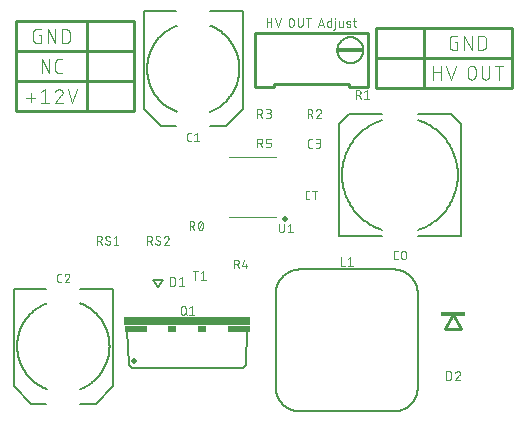
<source format=gbr>
G04 EAGLE Gerber RS-274X export*
G75*
%MOMM*%
%FSLAX34Y34*%
%LPD*%
%INSilkscreen Top*%
%IPPOS*%
%AMOC8*
5,1,8,0,0,1.08239X$1,22.5*%
G01*
%ADD10C,0.076200*%
%ADD11C,0.254000*%
%ADD12C,0.101600*%
%ADD13C,0.203200*%
%ADD14C,0.127000*%
%ADD15C,0.500000*%
%ADD16C,0.120000*%
%ADD17C,0.152400*%
%ADD18R,2.100000X0.400000*%
%ADD19C,0.508000*%
%ADD20R,10.668000X0.762000*%
%ADD21R,1.905000X0.508000*%
%ADD22R,0.762000X0.508000*%
%ADD23R,2.100000X0.300000*%


D10*
X294914Y140247D02*
X294914Y132881D01*
X298188Y132881D01*
X300994Y138610D02*
X303040Y140247D01*
X303040Y132881D01*
X300994Y132881D02*
X305086Y132881D01*
D11*
X120000Y314800D02*
X20000Y314800D01*
X20000Y289400D01*
X120000Y289400D01*
X120000Y314800D01*
X120000Y340200D01*
X80000Y340200D01*
X20000Y340200D01*
X20000Y314800D01*
X20000Y289400D02*
X20000Y264000D01*
X80000Y264000D01*
X120000Y264000D01*
X120000Y289400D01*
X80000Y264000D02*
X80000Y340200D01*
D12*
X41054Y328149D02*
X39106Y328149D01*
X41054Y328149D02*
X41054Y321658D01*
X37159Y321658D01*
X37060Y321660D01*
X36960Y321666D01*
X36861Y321675D01*
X36763Y321688D01*
X36665Y321705D01*
X36567Y321726D01*
X36471Y321751D01*
X36376Y321779D01*
X36282Y321811D01*
X36189Y321846D01*
X36097Y321885D01*
X36007Y321928D01*
X35919Y321973D01*
X35832Y322023D01*
X35748Y322075D01*
X35665Y322131D01*
X35585Y322189D01*
X35507Y322251D01*
X35432Y322316D01*
X35359Y322384D01*
X35289Y322454D01*
X35221Y322527D01*
X35156Y322602D01*
X35094Y322680D01*
X35036Y322760D01*
X34980Y322843D01*
X34928Y322927D01*
X34878Y323014D01*
X34833Y323102D01*
X34790Y323192D01*
X34751Y323284D01*
X34716Y323377D01*
X34684Y323471D01*
X34656Y323566D01*
X34631Y323662D01*
X34610Y323760D01*
X34593Y323858D01*
X34580Y323956D01*
X34571Y324055D01*
X34565Y324155D01*
X34563Y324254D01*
X34563Y330746D01*
X34565Y330845D01*
X34571Y330945D01*
X34580Y331044D01*
X34593Y331142D01*
X34610Y331240D01*
X34631Y331338D01*
X34656Y331434D01*
X34684Y331529D01*
X34716Y331623D01*
X34751Y331716D01*
X34790Y331808D01*
X34833Y331898D01*
X34878Y331986D01*
X34928Y332073D01*
X34980Y332157D01*
X35036Y332240D01*
X35094Y332320D01*
X35156Y332398D01*
X35221Y332473D01*
X35289Y332546D01*
X35359Y332616D01*
X35432Y332684D01*
X35507Y332749D01*
X35585Y332811D01*
X35665Y332869D01*
X35748Y332925D01*
X35832Y332977D01*
X35919Y333027D01*
X36007Y333072D01*
X36097Y333115D01*
X36189Y333154D01*
X36281Y333189D01*
X36376Y333221D01*
X36471Y333249D01*
X36567Y333274D01*
X36665Y333295D01*
X36763Y333312D01*
X36861Y333325D01*
X36960Y333334D01*
X37060Y333340D01*
X37159Y333342D01*
X41054Y333342D01*
X46754Y333342D02*
X46754Y321658D01*
X53246Y321658D02*
X46754Y333342D01*
X53246Y333342D02*
X53246Y321658D01*
X58946Y321658D02*
X58946Y333342D01*
X62192Y333342D01*
X62305Y333340D01*
X62418Y333334D01*
X62531Y333324D01*
X62644Y333310D01*
X62756Y333293D01*
X62867Y333271D01*
X62977Y333246D01*
X63087Y333216D01*
X63195Y333183D01*
X63302Y333146D01*
X63408Y333106D01*
X63512Y333061D01*
X63615Y333013D01*
X63716Y332962D01*
X63815Y332907D01*
X63912Y332849D01*
X64007Y332787D01*
X64100Y332722D01*
X64190Y332654D01*
X64278Y332583D01*
X64364Y332508D01*
X64447Y332431D01*
X64527Y332351D01*
X64604Y332268D01*
X64679Y332182D01*
X64750Y332094D01*
X64818Y332004D01*
X64883Y331911D01*
X64945Y331816D01*
X65003Y331719D01*
X65058Y331620D01*
X65109Y331519D01*
X65157Y331416D01*
X65202Y331312D01*
X65242Y331206D01*
X65279Y331099D01*
X65312Y330991D01*
X65342Y330881D01*
X65367Y330771D01*
X65389Y330660D01*
X65406Y330548D01*
X65420Y330435D01*
X65430Y330322D01*
X65436Y330209D01*
X65438Y330096D01*
X65438Y324904D01*
X65436Y324791D01*
X65430Y324678D01*
X65420Y324565D01*
X65406Y324452D01*
X65389Y324340D01*
X65367Y324229D01*
X65342Y324119D01*
X65312Y324009D01*
X65279Y323901D01*
X65242Y323794D01*
X65202Y323688D01*
X65157Y323584D01*
X65109Y323481D01*
X65058Y323380D01*
X65003Y323281D01*
X64945Y323184D01*
X64883Y323089D01*
X64818Y322996D01*
X64750Y322906D01*
X64679Y322818D01*
X64604Y322732D01*
X64527Y322649D01*
X64447Y322569D01*
X64364Y322492D01*
X64278Y322417D01*
X64190Y322346D01*
X64100Y322278D01*
X64007Y322213D01*
X63912Y322151D01*
X63815Y322093D01*
X63716Y322038D01*
X63615Y321987D01*
X63512Y321939D01*
X63408Y321894D01*
X63302Y321854D01*
X63195Y321817D01*
X63087Y321784D01*
X62977Y321754D01*
X62867Y321729D01*
X62756Y321707D01*
X62644Y321690D01*
X62531Y321676D01*
X62418Y321666D01*
X62305Y321660D01*
X62192Y321658D01*
X58946Y321658D01*
X41515Y307942D02*
X41515Y296258D01*
X48006Y296258D02*
X41515Y307942D01*
X48006Y307942D02*
X48006Y296258D01*
X55889Y296258D02*
X58485Y296258D01*
X55889Y296258D02*
X55790Y296260D01*
X55690Y296266D01*
X55591Y296275D01*
X55493Y296288D01*
X55395Y296305D01*
X55297Y296326D01*
X55201Y296351D01*
X55106Y296379D01*
X55012Y296411D01*
X54919Y296446D01*
X54827Y296485D01*
X54737Y296528D01*
X54649Y296573D01*
X54562Y296623D01*
X54478Y296675D01*
X54395Y296731D01*
X54315Y296789D01*
X54237Y296851D01*
X54162Y296916D01*
X54089Y296984D01*
X54019Y297054D01*
X53951Y297127D01*
X53886Y297202D01*
X53824Y297280D01*
X53766Y297360D01*
X53710Y297443D01*
X53658Y297527D01*
X53608Y297614D01*
X53563Y297702D01*
X53520Y297792D01*
X53481Y297884D01*
X53446Y297977D01*
X53414Y298071D01*
X53386Y298166D01*
X53361Y298262D01*
X53340Y298360D01*
X53323Y298458D01*
X53310Y298556D01*
X53301Y298655D01*
X53295Y298755D01*
X53293Y298854D01*
X53292Y298854D02*
X53292Y305346D01*
X53293Y305346D02*
X53295Y305445D01*
X53301Y305545D01*
X53310Y305644D01*
X53323Y305742D01*
X53340Y305840D01*
X53361Y305938D01*
X53386Y306034D01*
X53414Y306129D01*
X53446Y306223D01*
X53481Y306316D01*
X53520Y306408D01*
X53563Y306498D01*
X53608Y306586D01*
X53658Y306673D01*
X53710Y306757D01*
X53766Y306840D01*
X53824Y306920D01*
X53886Y306998D01*
X53951Y307073D01*
X54019Y307146D01*
X54089Y307216D01*
X54162Y307284D01*
X54237Y307349D01*
X54315Y307411D01*
X54395Y307469D01*
X54478Y307525D01*
X54562Y307577D01*
X54649Y307627D01*
X54737Y307672D01*
X54827Y307715D01*
X54919Y307754D01*
X55011Y307789D01*
X55106Y307821D01*
X55201Y307849D01*
X55297Y307874D01*
X55395Y307895D01*
X55493Y307912D01*
X55591Y307925D01*
X55690Y307934D01*
X55790Y307940D01*
X55889Y307942D01*
X58485Y307942D01*
X36369Y275402D02*
X28579Y275402D01*
X32474Y279296D02*
X32474Y271507D01*
X41420Y279946D02*
X44666Y282542D01*
X44666Y270858D01*
X41420Y270858D02*
X47912Y270858D01*
X59342Y279621D02*
X59340Y279728D01*
X59334Y279834D01*
X59324Y279940D01*
X59311Y280046D01*
X59293Y280152D01*
X59272Y280256D01*
X59247Y280360D01*
X59218Y280463D01*
X59186Y280564D01*
X59149Y280664D01*
X59109Y280763D01*
X59066Y280861D01*
X59019Y280957D01*
X58968Y281051D01*
X58914Y281143D01*
X58857Y281233D01*
X58797Y281321D01*
X58733Y281406D01*
X58666Y281489D01*
X58596Y281570D01*
X58524Y281648D01*
X58448Y281724D01*
X58370Y281796D01*
X58289Y281866D01*
X58206Y281933D01*
X58121Y281997D01*
X58033Y282057D01*
X57943Y282114D01*
X57851Y282168D01*
X57757Y282219D01*
X57661Y282266D01*
X57563Y282309D01*
X57464Y282349D01*
X57364Y282386D01*
X57263Y282418D01*
X57160Y282447D01*
X57056Y282472D01*
X56952Y282493D01*
X56846Y282511D01*
X56740Y282524D01*
X56634Y282534D01*
X56528Y282540D01*
X56421Y282542D01*
X56300Y282540D01*
X56179Y282534D01*
X56059Y282524D01*
X55938Y282511D01*
X55819Y282493D01*
X55699Y282472D01*
X55581Y282447D01*
X55464Y282418D01*
X55347Y282385D01*
X55232Y282349D01*
X55118Y282308D01*
X55005Y282265D01*
X54893Y282217D01*
X54784Y282166D01*
X54676Y282111D01*
X54569Y282053D01*
X54465Y281992D01*
X54363Y281927D01*
X54263Y281859D01*
X54165Y281788D01*
X54069Y281714D01*
X53976Y281637D01*
X53886Y281556D01*
X53798Y281473D01*
X53713Y281387D01*
X53630Y281298D01*
X53551Y281207D01*
X53474Y281113D01*
X53401Y281017D01*
X53331Y280919D01*
X53264Y280818D01*
X53200Y280715D01*
X53140Y280610D01*
X53083Y280503D01*
X53029Y280395D01*
X52979Y280285D01*
X52933Y280173D01*
X52890Y280060D01*
X52851Y279945D01*
X58368Y277349D02*
X58447Y277426D01*
X58523Y277507D01*
X58596Y277590D01*
X58666Y277675D01*
X58733Y277763D01*
X58797Y277853D01*
X58857Y277945D01*
X58914Y278040D01*
X58968Y278136D01*
X59019Y278234D01*
X59066Y278334D01*
X59110Y278436D01*
X59150Y278539D01*
X59186Y278643D01*
X59218Y278749D01*
X59247Y278855D01*
X59272Y278963D01*
X59294Y279071D01*
X59311Y279181D01*
X59325Y279290D01*
X59334Y279400D01*
X59340Y279511D01*
X59342Y279621D01*
X58368Y277349D02*
X52850Y270858D01*
X59342Y270858D01*
X67526Y270858D02*
X63631Y282542D01*
X71421Y282542D02*
X67526Y270858D01*
X391606Y322649D02*
X393554Y322649D01*
X393554Y316158D01*
X389659Y316158D01*
X389560Y316160D01*
X389460Y316166D01*
X389361Y316175D01*
X389263Y316188D01*
X389165Y316205D01*
X389067Y316226D01*
X388971Y316251D01*
X388876Y316279D01*
X388782Y316311D01*
X388689Y316346D01*
X388597Y316385D01*
X388507Y316428D01*
X388419Y316473D01*
X388332Y316523D01*
X388248Y316575D01*
X388165Y316631D01*
X388085Y316689D01*
X388007Y316751D01*
X387932Y316816D01*
X387859Y316884D01*
X387789Y316954D01*
X387721Y317027D01*
X387656Y317102D01*
X387594Y317180D01*
X387536Y317260D01*
X387480Y317343D01*
X387428Y317427D01*
X387378Y317514D01*
X387333Y317602D01*
X387290Y317692D01*
X387251Y317784D01*
X387216Y317877D01*
X387184Y317971D01*
X387156Y318066D01*
X387131Y318162D01*
X387110Y318260D01*
X387093Y318358D01*
X387080Y318456D01*
X387071Y318555D01*
X387065Y318655D01*
X387063Y318754D01*
X387063Y325246D01*
X387065Y325345D01*
X387071Y325445D01*
X387080Y325544D01*
X387093Y325642D01*
X387110Y325740D01*
X387131Y325838D01*
X387156Y325934D01*
X387184Y326029D01*
X387216Y326123D01*
X387251Y326216D01*
X387290Y326308D01*
X387333Y326398D01*
X387378Y326486D01*
X387428Y326573D01*
X387480Y326657D01*
X387536Y326740D01*
X387594Y326820D01*
X387656Y326898D01*
X387721Y326973D01*
X387789Y327046D01*
X387859Y327116D01*
X387932Y327184D01*
X388007Y327249D01*
X388085Y327311D01*
X388165Y327369D01*
X388248Y327425D01*
X388332Y327477D01*
X388419Y327527D01*
X388507Y327572D01*
X388597Y327615D01*
X388689Y327654D01*
X388781Y327689D01*
X388876Y327721D01*
X388971Y327749D01*
X389067Y327774D01*
X389165Y327795D01*
X389263Y327812D01*
X389361Y327825D01*
X389460Y327834D01*
X389560Y327840D01*
X389659Y327842D01*
X393554Y327842D01*
X399254Y327842D02*
X399254Y316158D01*
X405746Y316158D02*
X399254Y327842D01*
X405746Y327842D02*
X405746Y316158D01*
X411446Y316158D02*
X411446Y327842D01*
X414692Y327842D01*
X414805Y327840D01*
X414918Y327834D01*
X415031Y327824D01*
X415144Y327810D01*
X415256Y327793D01*
X415367Y327771D01*
X415477Y327746D01*
X415587Y327716D01*
X415695Y327683D01*
X415802Y327646D01*
X415908Y327606D01*
X416012Y327561D01*
X416115Y327513D01*
X416216Y327462D01*
X416315Y327407D01*
X416412Y327349D01*
X416507Y327287D01*
X416600Y327222D01*
X416690Y327154D01*
X416778Y327083D01*
X416864Y327008D01*
X416947Y326931D01*
X417027Y326851D01*
X417104Y326768D01*
X417179Y326682D01*
X417250Y326594D01*
X417318Y326504D01*
X417383Y326411D01*
X417445Y326316D01*
X417503Y326219D01*
X417558Y326120D01*
X417609Y326019D01*
X417657Y325916D01*
X417702Y325812D01*
X417742Y325706D01*
X417779Y325599D01*
X417812Y325491D01*
X417842Y325381D01*
X417867Y325271D01*
X417889Y325160D01*
X417906Y325048D01*
X417920Y324935D01*
X417930Y324822D01*
X417936Y324709D01*
X417938Y324596D01*
X417938Y319404D01*
X417936Y319291D01*
X417930Y319178D01*
X417920Y319065D01*
X417906Y318952D01*
X417889Y318840D01*
X417867Y318729D01*
X417842Y318619D01*
X417812Y318509D01*
X417779Y318401D01*
X417742Y318294D01*
X417702Y318188D01*
X417657Y318084D01*
X417609Y317981D01*
X417558Y317880D01*
X417503Y317781D01*
X417445Y317684D01*
X417383Y317589D01*
X417318Y317496D01*
X417250Y317406D01*
X417179Y317318D01*
X417104Y317232D01*
X417027Y317149D01*
X416947Y317069D01*
X416864Y316992D01*
X416778Y316917D01*
X416690Y316846D01*
X416600Y316778D01*
X416507Y316713D01*
X416412Y316651D01*
X416315Y316593D01*
X416216Y316538D01*
X416115Y316487D01*
X416012Y316439D01*
X415908Y316394D01*
X415802Y316354D01*
X415695Y316317D01*
X415587Y316284D01*
X415477Y316254D01*
X415367Y316229D01*
X415256Y316207D01*
X415144Y316190D01*
X415031Y316176D01*
X414918Y316166D01*
X414805Y316160D01*
X414692Y316158D01*
X411446Y316158D01*
X373156Y302442D02*
X373156Y290758D01*
X373156Y297249D02*
X379647Y297249D01*
X379647Y302442D02*
X379647Y290758D01*
X388213Y290758D02*
X384318Y302442D01*
X392107Y302442D02*
X388213Y290758D01*
X402493Y294004D02*
X402493Y299196D01*
X402495Y299309D01*
X402501Y299422D01*
X402511Y299535D01*
X402525Y299648D01*
X402542Y299760D01*
X402564Y299871D01*
X402589Y299981D01*
X402619Y300091D01*
X402652Y300199D01*
X402689Y300306D01*
X402729Y300412D01*
X402774Y300516D01*
X402822Y300619D01*
X402873Y300720D01*
X402928Y300819D01*
X402986Y300916D01*
X403048Y301011D01*
X403113Y301104D01*
X403181Y301194D01*
X403252Y301282D01*
X403327Y301368D01*
X403404Y301451D01*
X403484Y301531D01*
X403567Y301608D01*
X403653Y301683D01*
X403741Y301754D01*
X403831Y301822D01*
X403924Y301887D01*
X404019Y301949D01*
X404116Y302007D01*
X404215Y302062D01*
X404316Y302113D01*
X404419Y302161D01*
X404523Y302206D01*
X404629Y302246D01*
X404736Y302283D01*
X404844Y302316D01*
X404954Y302346D01*
X405064Y302371D01*
X405175Y302393D01*
X405287Y302410D01*
X405400Y302424D01*
X405513Y302434D01*
X405626Y302440D01*
X405739Y302442D01*
X405852Y302440D01*
X405965Y302434D01*
X406078Y302424D01*
X406191Y302410D01*
X406303Y302393D01*
X406414Y302371D01*
X406524Y302346D01*
X406634Y302316D01*
X406742Y302283D01*
X406849Y302246D01*
X406955Y302206D01*
X407059Y302161D01*
X407162Y302113D01*
X407263Y302062D01*
X407362Y302007D01*
X407459Y301949D01*
X407554Y301887D01*
X407647Y301822D01*
X407737Y301754D01*
X407825Y301683D01*
X407911Y301608D01*
X407994Y301531D01*
X408074Y301451D01*
X408151Y301368D01*
X408226Y301282D01*
X408297Y301194D01*
X408365Y301104D01*
X408430Y301011D01*
X408492Y300916D01*
X408550Y300819D01*
X408605Y300720D01*
X408656Y300619D01*
X408704Y300516D01*
X408749Y300412D01*
X408789Y300306D01*
X408826Y300199D01*
X408859Y300091D01*
X408889Y299981D01*
X408914Y299871D01*
X408936Y299760D01*
X408953Y299648D01*
X408967Y299535D01*
X408977Y299422D01*
X408983Y299309D01*
X408985Y299196D01*
X408984Y299196D02*
X408984Y294004D01*
X408985Y294004D02*
X408983Y293891D01*
X408977Y293778D01*
X408967Y293665D01*
X408953Y293552D01*
X408936Y293440D01*
X408914Y293329D01*
X408889Y293219D01*
X408859Y293109D01*
X408826Y293001D01*
X408789Y292894D01*
X408749Y292788D01*
X408704Y292684D01*
X408656Y292581D01*
X408605Y292480D01*
X408550Y292381D01*
X408492Y292284D01*
X408430Y292189D01*
X408365Y292096D01*
X408297Y292006D01*
X408226Y291918D01*
X408151Y291832D01*
X408074Y291749D01*
X407994Y291669D01*
X407911Y291592D01*
X407825Y291517D01*
X407737Y291446D01*
X407647Y291378D01*
X407554Y291313D01*
X407459Y291251D01*
X407362Y291193D01*
X407263Y291138D01*
X407162Y291087D01*
X407059Y291039D01*
X406955Y290994D01*
X406849Y290954D01*
X406742Y290917D01*
X406634Y290884D01*
X406524Y290854D01*
X406414Y290829D01*
X406303Y290807D01*
X406191Y290790D01*
X406078Y290776D01*
X405965Y290766D01*
X405852Y290760D01*
X405739Y290758D01*
X405626Y290760D01*
X405513Y290766D01*
X405400Y290776D01*
X405287Y290790D01*
X405175Y290807D01*
X405064Y290829D01*
X404954Y290854D01*
X404844Y290884D01*
X404736Y290917D01*
X404629Y290954D01*
X404523Y290994D01*
X404419Y291039D01*
X404316Y291087D01*
X404215Y291138D01*
X404116Y291193D01*
X404019Y291251D01*
X403924Y291313D01*
X403831Y291378D01*
X403741Y291446D01*
X403653Y291517D01*
X403567Y291592D01*
X403484Y291669D01*
X403404Y291749D01*
X403327Y291832D01*
X403252Y291918D01*
X403181Y292006D01*
X403113Y292096D01*
X403048Y292189D01*
X402986Y292284D01*
X402928Y292381D01*
X402873Y292480D01*
X402822Y292581D01*
X402774Y292684D01*
X402729Y292788D01*
X402689Y292894D01*
X402652Y293001D01*
X402619Y293109D01*
X402589Y293219D01*
X402564Y293329D01*
X402542Y293440D01*
X402525Y293552D01*
X402511Y293665D01*
X402501Y293778D01*
X402495Y293891D01*
X402493Y294004D01*
X414304Y294004D02*
X414304Y302442D01*
X414303Y294004D02*
X414305Y293891D01*
X414311Y293778D01*
X414321Y293665D01*
X414335Y293552D01*
X414352Y293440D01*
X414374Y293329D01*
X414399Y293219D01*
X414429Y293109D01*
X414462Y293001D01*
X414499Y292894D01*
X414539Y292788D01*
X414584Y292684D01*
X414632Y292581D01*
X414683Y292480D01*
X414738Y292381D01*
X414796Y292284D01*
X414858Y292189D01*
X414923Y292096D01*
X414991Y292006D01*
X415062Y291918D01*
X415137Y291832D01*
X415214Y291749D01*
X415294Y291669D01*
X415377Y291592D01*
X415463Y291517D01*
X415551Y291446D01*
X415641Y291378D01*
X415734Y291313D01*
X415829Y291251D01*
X415926Y291193D01*
X416025Y291138D01*
X416126Y291087D01*
X416229Y291039D01*
X416333Y290994D01*
X416439Y290954D01*
X416546Y290917D01*
X416654Y290884D01*
X416764Y290854D01*
X416874Y290829D01*
X416985Y290807D01*
X417097Y290790D01*
X417210Y290776D01*
X417323Y290766D01*
X417436Y290760D01*
X417549Y290758D01*
X417662Y290760D01*
X417775Y290766D01*
X417888Y290776D01*
X418001Y290790D01*
X418113Y290807D01*
X418224Y290829D01*
X418334Y290854D01*
X418444Y290884D01*
X418552Y290917D01*
X418659Y290954D01*
X418765Y290994D01*
X418869Y291039D01*
X418972Y291087D01*
X419073Y291138D01*
X419172Y291193D01*
X419269Y291251D01*
X419364Y291313D01*
X419457Y291378D01*
X419547Y291446D01*
X419635Y291517D01*
X419721Y291592D01*
X419804Y291669D01*
X419884Y291749D01*
X419961Y291832D01*
X420036Y291918D01*
X420107Y292006D01*
X420175Y292096D01*
X420240Y292189D01*
X420302Y292284D01*
X420360Y292381D01*
X420415Y292480D01*
X420466Y292581D01*
X420514Y292684D01*
X420559Y292788D01*
X420599Y292894D01*
X420636Y293001D01*
X420669Y293109D01*
X420699Y293219D01*
X420724Y293329D01*
X420746Y293440D01*
X420763Y293552D01*
X420777Y293665D01*
X420787Y293778D01*
X420793Y293891D01*
X420795Y294004D01*
X420795Y302442D01*
X428598Y302442D02*
X428598Y290758D01*
X425353Y302442D02*
X431844Y302442D01*
D11*
X325000Y309300D02*
X325000Y283900D01*
X365000Y283900D01*
X440000Y283900D01*
X440000Y309300D01*
X440000Y334700D01*
X365000Y334700D01*
X325000Y334700D01*
X325000Y309300D01*
X440000Y309300D01*
X365000Y334700D02*
X365000Y283900D01*
D10*
X232063Y335381D02*
X232063Y342747D01*
X232063Y339473D02*
X236155Y339473D01*
X236155Y342747D02*
X236155Y335381D01*
X241668Y335381D02*
X239213Y342747D01*
X244124Y342747D02*
X241668Y335381D01*
X250839Y337427D02*
X250839Y340701D01*
X250841Y340790D01*
X250847Y340879D01*
X250857Y340968D01*
X250870Y341056D01*
X250887Y341144D01*
X250909Y341231D01*
X250934Y341316D01*
X250962Y341401D01*
X250995Y341484D01*
X251031Y341566D01*
X251070Y341646D01*
X251113Y341724D01*
X251159Y341800D01*
X251209Y341875D01*
X251262Y341947D01*
X251318Y342016D01*
X251377Y342083D01*
X251438Y342148D01*
X251503Y342209D01*
X251570Y342268D01*
X251639Y342324D01*
X251711Y342377D01*
X251786Y342427D01*
X251862Y342473D01*
X251940Y342516D01*
X252020Y342555D01*
X252102Y342591D01*
X252185Y342624D01*
X252270Y342652D01*
X252355Y342677D01*
X252442Y342699D01*
X252530Y342716D01*
X252618Y342729D01*
X252707Y342739D01*
X252796Y342745D01*
X252885Y342747D01*
X252974Y342745D01*
X253063Y342739D01*
X253152Y342729D01*
X253240Y342716D01*
X253328Y342699D01*
X253415Y342677D01*
X253500Y342652D01*
X253585Y342624D01*
X253668Y342591D01*
X253750Y342555D01*
X253830Y342516D01*
X253908Y342473D01*
X253984Y342427D01*
X254059Y342377D01*
X254131Y342324D01*
X254200Y342268D01*
X254267Y342209D01*
X254332Y342148D01*
X254393Y342083D01*
X254452Y342016D01*
X254508Y341947D01*
X254561Y341875D01*
X254611Y341800D01*
X254657Y341724D01*
X254700Y341646D01*
X254739Y341566D01*
X254775Y341484D01*
X254808Y341401D01*
X254836Y341316D01*
X254861Y341231D01*
X254883Y341144D01*
X254900Y341056D01*
X254913Y340968D01*
X254923Y340879D01*
X254929Y340790D01*
X254931Y340701D01*
X254931Y337427D01*
X254929Y337338D01*
X254923Y337249D01*
X254913Y337160D01*
X254900Y337072D01*
X254883Y336984D01*
X254861Y336897D01*
X254836Y336812D01*
X254808Y336727D01*
X254775Y336644D01*
X254739Y336562D01*
X254700Y336482D01*
X254657Y336404D01*
X254611Y336328D01*
X254561Y336253D01*
X254508Y336181D01*
X254452Y336112D01*
X254393Y336045D01*
X254332Y335980D01*
X254267Y335919D01*
X254200Y335860D01*
X254131Y335804D01*
X254059Y335751D01*
X253984Y335701D01*
X253908Y335655D01*
X253830Y335612D01*
X253750Y335573D01*
X253668Y335537D01*
X253585Y335504D01*
X253500Y335476D01*
X253415Y335451D01*
X253328Y335429D01*
X253240Y335412D01*
X253152Y335399D01*
X253063Y335389D01*
X252974Y335383D01*
X252885Y335381D01*
X252796Y335383D01*
X252707Y335389D01*
X252618Y335399D01*
X252530Y335412D01*
X252442Y335429D01*
X252355Y335451D01*
X252270Y335476D01*
X252185Y335504D01*
X252102Y335537D01*
X252020Y335573D01*
X251940Y335612D01*
X251862Y335655D01*
X251786Y335701D01*
X251711Y335751D01*
X251639Y335804D01*
X251570Y335860D01*
X251503Y335919D01*
X251438Y335980D01*
X251377Y336045D01*
X251318Y336112D01*
X251262Y336181D01*
X251209Y336253D01*
X251159Y336328D01*
X251113Y336404D01*
X251070Y336482D01*
X251031Y336562D01*
X250995Y336644D01*
X250962Y336727D01*
X250934Y336812D01*
X250909Y336897D01*
X250887Y336984D01*
X250870Y337072D01*
X250857Y337160D01*
X250847Y337249D01*
X250841Y337338D01*
X250839Y337427D01*
X258398Y337427D02*
X258398Y342747D01*
X258398Y337427D02*
X258400Y337338D01*
X258406Y337249D01*
X258416Y337160D01*
X258429Y337072D01*
X258446Y336984D01*
X258468Y336897D01*
X258493Y336812D01*
X258521Y336727D01*
X258554Y336644D01*
X258590Y336562D01*
X258629Y336482D01*
X258672Y336404D01*
X258718Y336328D01*
X258768Y336253D01*
X258821Y336181D01*
X258877Y336112D01*
X258936Y336045D01*
X258997Y335980D01*
X259062Y335919D01*
X259129Y335860D01*
X259198Y335804D01*
X259270Y335751D01*
X259345Y335701D01*
X259421Y335655D01*
X259499Y335612D01*
X259579Y335573D01*
X259661Y335537D01*
X259744Y335504D01*
X259829Y335476D01*
X259914Y335451D01*
X260001Y335429D01*
X260089Y335412D01*
X260177Y335399D01*
X260266Y335389D01*
X260355Y335383D01*
X260444Y335381D01*
X260533Y335383D01*
X260622Y335389D01*
X260711Y335399D01*
X260799Y335412D01*
X260887Y335429D01*
X260974Y335451D01*
X261059Y335476D01*
X261144Y335504D01*
X261227Y335537D01*
X261309Y335573D01*
X261389Y335612D01*
X261467Y335655D01*
X261543Y335701D01*
X261618Y335751D01*
X261690Y335804D01*
X261759Y335860D01*
X261826Y335919D01*
X261891Y335980D01*
X261952Y336045D01*
X262011Y336112D01*
X262067Y336181D01*
X262120Y336253D01*
X262170Y336328D01*
X262216Y336404D01*
X262259Y336482D01*
X262298Y336562D01*
X262334Y336644D01*
X262367Y336727D01*
X262395Y336812D01*
X262420Y336897D01*
X262442Y336984D01*
X262459Y337072D01*
X262472Y337160D01*
X262482Y337249D01*
X262488Y337338D01*
X262490Y337427D01*
X262490Y342747D01*
X267515Y342747D02*
X267515Y335381D01*
X265469Y342747D02*
X269561Y342747D01*
X278244Y342747D02*
X275789Y335381D01*
X280700Y335381D02*
X278244Y342747D01*
X276403Y337223D02*
X280086Y337223D01*
X286668Y335381D02*
X286668Y342747D01*
X286668Y335381D02*
X284622Y335381D01*
X284553Y335383D01*
X284485Y335389D01*
X284416Y335398D01*
X284349Y335412D01*
X284282Y335429D01*
X284216Y335450D01*
X284152Y335474D01*
X284089Y335503D01*
X284028Y335534D01*
X283969Y335569D01*
X283911Y335607D01*
X283856Y335649D01*
X283804Y335693D01*
X283754Y335741D01*
X283706Y335791D01*
X283662Y335843D01*
X283620Y335898D01*
X283582Y335956D01*
X283547Y336015D01*
X283516Y336076D01*
X283487Y336139D01*
X283463Y336203D01*
X283442Y336269D01*
X283425Y336336D01*
X283411Y336403D01*
X283402Y336472D01*
X283396Y336540D01*
X283394Y336609D01*
X283394Y339064D01*
X283396Y339133D01*
X283402Y339201D01*
X283411Y339270D01*
X283425Y339337D01*
X283442Y339404D01*
X283463Y339470D01*
X283487Y339534D01*
X283516Y339597D01*
X283547Y339658D01*
X283582Y339717D01*
X283620Y339775D01*
X283662Y339830D01*
X283706Y339882D01*
X283754Y339932D01*
X283804Y339980D01*
X283856Y340024D01*
X283911Y340066D01*
X283969Y340104D01*
X284028Y340139D01*
X284089Y340170D01*
X284152Y340199D01*
X284216Y340223D01*
X284282Y340244D01*
X284349Y340261D01*
X284416Y340275D01*
X284485Y340284D01*
X284553Y340290D01*
X284622Y340292D01*
X286668Y340292D01*
X289811Y340292D02*
X289811Y334153D01*
X289812Y334153D02*
X289810Y334084D01*
X289804Y334016D01*
X289795Y333947D01*
X289781Y333880D01*
X289764Y333813D01*
X289743Y333747D01*
X289719Y333683D01*
X289690Y333620D01*
X289659Y333559D01*
X289624Y333500D01*
X289586Y333442D01*
X289544Y333387D01*
X289500Y333335D01*
X289452Y333285D01*
X289402Y333237D01*
X289350Y333193D01*
X289295Y333152D01*
X289237Y333113D01*
X289178Y333078D01*
X289117Y333047D01*
X289054Y333018D01*
X288990Y332994D01*
X288924Y332973D01*
X288857Y332956D01*
X288790Y332942D01*
X288722Y332933D01*
X288653Y332927D01*
X288584Y332925D01*
X288584Y332926D02*
X288174Y332926D01*
X289607Y342338D02*
X289607Y342747D01*
X290016Y342747D01*
X290016Y342338D01*
X289607Y342338D01*
X293188Y340292D02*
X293188Y336609D01*
X293190Y336540D01*
X293196Y336472D01*
X293205Y336403D01*
X293219Y336336D01*
X293236Y336269D01*
X293257Y336203D01*
X293281Y336139D01*
X293310Y336076D01*
X293341Y336015D01*
X293376Y335956D01*
X293414Y335898D01*
X293456Y335843D01*
X293500Y335791D01*
X293548Y335741D01*
X293598Y335693D01*
X293650Y335649D01*
X293705Y335607D01*
X293763Y335569D01*
X293822Y335534D01*
X293883Y335503D01*
X293946Y335474D01*
X294010Y335450D01*
X294076Y335429D01*
X294143Y335412D01*
X294210Y335398D01*
X294279Y335389D01*
X294347Y335383D01*
X294416Y335381D01*
X296462Y335381D01*
X296462Y340292D01*
X300386Y338246D02*
X302432Y337427D01*
X300386Y338246D02*
X300327Y338271D01*
X300270Y338300D01*
X300215Y338333D01*
X300162Y338369D01*
X300111Y338407D01*
X300063Y338449D01*
X300017Y338494D01*
X299974Y338541D01*
X299934Y338591D01*
X299897Y338643D01*
X299863Y338698D01*
X299832Y338754D01*
X299805Y338812D01*
X299782Y338872D01*
X299762Y338932D01*
X299746Y338994D01*
X299733Y339057D01*
X299725Y339121D01*
X299720Y339184D01*
X299719Y339248D01*
X299722Y339312D01*
X299729Y339376D01*
X299740Y339439D01*
X299754Y339501D01*
X299772Y339563D01*
X299794Y339623D01*
X299819Y339682D01*
X299848Y339739D01*
X299881Y339794D01*
X299916Y339847D01*
X299955Y339898D01*
X299997Y339947D01*
X300041Y339993D01*
X300089Y340036D01*
X300138Y340076D01*
X300191Y340113D01*
X300245Y340147D01*
X300301Y340178D01*
X300359Y340205D01*
X300418Y340229D01*
X300479Y340248D01*
X300541Y340265D01*
X300604Y340277D01*
X300667Y340286D01*
X300731Y340291D01*
X300795Y340292D01*
X300931Y340288D01*
X301066Y340280D01*
X301202Y340268D01*
X301336Y340252D01*
X301471Y340232D01*
X301604Y340209D01*
X301737Y340181D01*
X301869Y340150D01*
X302000Y340115D01*
X302130Y340076D01*
X302259Y340033D01*
X302386Y339986D01*
X302512Y339936D01*
X302637Y339882D01*
X302432Y337427D02*
X302491Y337402D01*
X302548Y337373D01*
X302603Y337340D01*
X302656Y337304D01*
X302707Y337266D01*
X302755Y337224D01*
X302801Y337179D01*
X302844Y337132D01*
X302884Y337082D01*
X302921Y337030D01*
X302955Y336975D01*
X302986Y336919D01*
X303013Y336861D01*
X303036Y336801D01*
X303056Y336741D01*
X303072Y336679D01*
X303085Y336616D01*
X303093Y336552D01*
X303098Y336489D01*
X303099Y336425D01*
X303096Y336361D01*
X303089Y336297D01*
X303078Y336234D01*
X303064Y336172D01*
X303046Y336110D01*
X303024Y336050D01*
X302999Y335991D01*
X302970Y335934D01*
X302937Y335879D01*
X302902Y335826D01*
X302863Y335775D01*
X302821Y335726D01*
X302777Y335680D01*
X302729Y335637D01*
X302680Y335597D01*
X302627Y335560D01*
X302573Y335526D01*
X302517Y335495D01*
X302459Y335468D01*
X302400Y335444D01*
X302339Y335425D01*
X302277Y335408D01*
X302214Y335396D01*
X302151Y335387D01*
X302087Y335382D01*
X302023Y335381D01*
X301859Y335385D01*
X301695Y335393D01*
X301531Y335405D01*
X301368Y335421D01*
X301205Y335441D01*
X301042Y335464D01*
X300881Y335492D01*
X300719Y335523D01*
X300559Y335558D01*
X300400Y335597D01*
X300241Y335640D01*
X300084Y335686D01*
X299927Y335736D01*
X299772Y335790D01*
X305482Y340292D02*
X307937Y340292D01*
X306300Y342747D02*
X306300Y336609D01*
X306302Y336540D01*
X306308Y336472D01*
X306317Y336403D01*
X306331Y336336D01*
X306348Y336269D01*
X306369Y336203D01*
X306393Y336139D01*
X306422Y336076D01*
X306453Y336015D01*
X306488Y335956D01*
X306526Y335898D01*
X306568Y335843D01*
X306612Y335791D01*
X306660Y335741D01*
X306710Y335693D01*
X306762Y335649D01*
X306817Y335607D01*
X306875Y335569D01*
X306934Y335534D01*
X306995Y335503D01*
X307058Y335474D01*
X307122Y335450D01*
X307188Y335429D01*
X307255Y335412D01*
X307322Y335398D01*
X307391Y335389D01*
X307459Y335383D01*
X307528Y335381D01*
X307937Y335381D01*
D13*
X212000Y348500D02*
X212000Y266000D01*
X197500Y251500D02*
X184500Y251500D01*
X155500Y251500D02*
X142500Y251500D01*
X128000Y266000D02*
X128000Y348500D01*
X155500Y348500D01*
X184500Y348500D02*
X212000Y348500D01*
X212000Y266000D02*
X197500Y251500D01*
X142500Y251500D02*
X128000Y266000D01*
X184000Y263500D02*
X184884Y263851D01*
X185759Y264224D01*
X186625Y264618D01*
X187481Y265033D01*
X188327Y265469D01*
X189161Y265925D01*
X189985Y266401D01*
X190796Y266898D01*
X191596Y267413D01*
X192382Y267948D01*
X193155Y268503D01*
X193915Y269075D01*
X194660Y269666D01*
X195391Y270275D01*
X196107Y270902D01*
X196807Y271546D01*
X197492Y272207D01*
X198160Y272884D01*
X198811Y273577D01*
X199445Y274286D01*
X200062Y275010D01*
X200662Y275749D01*
X201243Y276502D01*
X201805Y277269D01*
X202349Y278050D01*
X202873Y278843D01*
X203378Y279649D01*
X203864Y280468D01*
X204329Y281297D01*
X204774Y282138D01*
X205198Y282989D01*
X205602Y283851D01*
X205984Y284722D01*
X206345Y285602D01*
X206685Y286491D01*
X207002Y287387D01*
X207298Y288291D01*
X207572Y289202D01*
X207824Y290120D01*
X208053Y291043D01*
X208260Y291972D01*
X208444Y292905D01*
X208605Y293842D01*
X208743Y294783D01*
X208859Y295728D01*
X208951Y296674D01*
X209021Y297623D01*
X209067Y298573D01*
X209090Y299524D01*
X209090Y300476D01*
X209067Y301427D01*
X209021Y302377D01*
X208951Y303326D01*
X208859Y304272D01*
X208743Y305217D01*
X208605Y306158D01*
X208444Y307095D01*
X208260Y308028D01*
X208053Y308957D01*
X207824Y309880D01*
X207572Y310798D01*
X207298Y311709D01*
X207002Y312613D01*
X206685Y313509D01*
X206345Y314398D01*
X205984Y315278D01*
X205602Y316149D01*
X205198Y317011D01*
X204774Y317862D01*
X204329Y318703D01*
X203864Y319532D01*
X203378Y320351D01*
X202873Y321157D01*
X202349Y321950D01*
X201805Y322731D01*
X201243Y323498D01*
X200662Y324251D01*
X200062Y324990D01*
X199445Y325714D01*
X198811Y326423D01*
X198160Y327116D01*
X197492Y327793D01*
X196807Y328454D01*
X196107Y329098D01*
X195391Y329725D01*
X194660Y330334D01*
X193915Y330925D01*
X193155Y331497D01*
X192382Y332052D01*
X191596Y332587D01*
X190796Y333102D01*
X189985Y333599D01*
X189161Y334075D01*
X188327Y334531D01*
X187481Y334967D01*
X186625Y335382D01*
X185759Y335776D01*
X184884Y336149D01*
X184000Y336500D01*
X156000Y336500D02*
X155116Y336149D01*
X154241Y335776D01*
X153375Y335382D01*
X152519Y334967D01*
X151673Y334531D01*
X150839Y334075D01*
X150015Y333599D01*
X149204Y333102D01*
X148404Y332587D01*
X147618Y332052D01*
X146845Y331497D01*
X146085Y330925D01*
X145340Y330334D01*
X144609Y329725D01*
X143893Y329098D01*
X143193Y328454D01*
X142508Y327793D01*
X141840Y327116D01*
X141189Y326423D01*
X140555Y325714D01*
X139938Y324990D01*
X139338Y324251D01*
X138757Y323498D01*
X138195Y322731D01*
X137651Y321950D01*
X137127Y321157D01*
X136622Y320351D01*
X136136Y319532D01*
X135671Y318703D01*
X135226Y317862D01*
X134802Y317011D01*
X134398Y316149D01*
X134016Y315278D01*
X133655Y314398D01*
X133315Y313509D01*
X132998Y312613D01*
X132702Y311709D01*
X132428Y310798D01*
X132176Y309880D01*
X131947Y308957D01*
X131740Y308028D01*
X131556Y307095D01*
X131395Y306158D01*
X131257Y305217D01*
X131141Y304272D01*
X131049Y303326D01*
X130979Y302377D01*
X130933Y301427D01*
X130910Y300476D01*
X130910Y299524D01*
X130933Y298573D01*
X130979Y297623D01*
X131049Y296674D01*
X131141Y295728D01*
X131257Y294783D01*
X131395Y293842D01*
X131556Y292905D01*
X131740Y291972D01*
X131947Y291043D01*
X132176Y290120D01*
X132428Y289202D01*
X132702Y288291D01*
X132998Y287387D01*
X133315Y286491D01*
X133655Y285602D01*
X134016Y284722D01*
X134398Y283851D01*
X134802Y282989D01*
X135226Y282138D01*
X135671Y281297D01*
X136136Y280468D01*
X136622Y279649D01*
X137127Y278843D01*
X137651Y278050D01*
X138195Y277269D01*
X138757Y276502D01*
X139338Y275749D01*
X139938Y275010D01*
X140555Y274286D01*
X141189Y273577D01*
X141840Y272884D01*
X142508Y272207D01*
X143193Y271546D01*
X143893Y270902D01*
X144609Y270275D01*
X145340Y269666D01*
X146085Y269075D01*
X146845Y268503D01*
X147618Y267948D01*
X148404Y267413D01*
X149204Y266898D01*
X150015Y266401D01*
X150839Y265925D01*
X151673Y265469D01*
X152519Y265033D01*
X153375Y264618D01*
X154241Y264224D01*
X155116Y263851D01*
X156000Y263500D01*
D10*
X166531Y238483D02*
X168168Y238483D01*
X166531Y238483D02*
X166453Y238485D01*
X166375Y238490D01*
X166298Y238500D01*
X166221Y238513D01*
X166145Y238529D01*
X166070Y238549D01*
X165996Y238573D01*
X165923Y238600D01*
X165851Y238631D01*
X165781Y238665D01*
X165713Y238702D01*
X165646Y238743D01*
X165581Y238787D01*
X165519Y238833D01*
X165459Y238883D01*
X165401Y238935D01*
X165346Y238990D01*
X165294Y239048D01*
X165244Y239108D01*
X165198Y239170D01*
X165154Y239235D01*
X165113Y239302D01*
X165076Y239370D01*
X165042Y239440D01*
X165011Y239512D01*
X164984Y239585D01*
X164960Y239659D01*
X164940Y239734D01*
X164924Y239810D01*
X164911Y239887D01*
X164901Y239964D01*
X164896Y240042D01*
X164894Y240120D01*
X164894Y244212D01*
X164896Y244292D01*
X164902Y244372D01*
X164912Y244452D01*
X164925Y244531D01*
X164943Y244610D01*
X164964Y244687D01*
X164990Y244763D01*
X165019Y244838D01*
X165051Y244912D01*
X165087Y244984D01*
X165127Y245054D01*
X165170Y245121D01*
X165216Y245187D01*
X165266Y245250D01*
X165318Y245311D01*
X165373Y245370D01*
X165432Y245425D01*
X165492Y245477D01*
X165556Y245527D01*
X165622Y245573D01*
X165689Y245616D01*
X165759Y245656D01*
X165831Y245692D01*
X165905Y245724D01*
X165979Y245753D01*
X166056Y245779D01*
X166133Y245800D01*
X166212Y245818D01*
X166291Y245831D01*
X166371Y245841D01*
X166451Y245847D01*
X166531Y245849D01*
X168168Y245849D01*
X171013Y244212D02*
X173060Y245849D01*
X173060Y238483D01*
X175106Y238483D02*
X171013Y238483D01*
D13*
X397000Y253000D02*
X397000Y158000D01*
X360000Y158000D01*
X330000Y158000D02*
X293000Y158000D01*
X293000Y253000D01*
X302000Y262000D02*
X330000Y262000D01*
X360000Y262000D02*
X388000Y262000D01*
X397000Y253000D01*
X302000Y262000D02*
X293000Y253000D01*
X360500Y256500D02*
X361634Y256106D01*
X362758Y255685D01*
X363871Y255236D01*
X364974Y254761D01*
X366064Y254258D01*
X367141Y253729D01*
X368205Y253174D01*
X369256Y252593D01*
X370292Y251986D01*
X371312Y251354D01*
X372317Y250697D01*
X373305Y250016D01*
X374277Y249311D01*
X375231Y248582D01*
X376166Y247830D01*
X377084Y247056D01*
X377981Y246259D01*
X378859Y245440D01*
X379717Y244600D01*
X380554Y243740D01*
X381370Y242859D01*
X382163Y241959D01*
X382935Y241039D01*
X383684Y240101D01*
X384409Y239144D01*
X385111Y238171D01*
X385789Y237180D01*
X386442Y236173D01*
X387071Y235150D01*
X387674Y234112D01*
X388252Y233060D01*
X388803Y231994D01*
X389329Y230915D01*
X389828Y229823D01*
X390300Y228719D01*
X390745Y227604D01*
X391162Y226479D01*
X391552Y225343D01*
X391913Y224199D01*
X392247Y223046D01*
X392552Y221885D01*
X392829Y220717D01*
X393077Y219542D01*
X393296Y218362D01*
X393487Y217177D01*
X393648Y215987D01*
X393780Y214794D01*
X393883Y213598D01*
X393956Y212400D01*
X394000Y211200D01*
X394015Y210000D01*
X394000Y208800D01*
X393956Y207600D01*
X393883Y206402D01*
X393780Y205206D01*
X393648Y204013D01*
X393487Y202823D01*
X393296Y201638D01*
X393077Y200458D01*
X392829Y199283D01*
X392552Y198115D01*
X392247Y196954D01*
X391913Y195801D01*
X391552Y194657D01*
X391162Y193521D01*
X390745Y192396D01*
X390300Y191281D01*
X389828Y190177D01*
X389329Y189085D01*
X388803Y188006D01*
X388252Y186940D01*
X387674Y185888D01*
X387071Y184850D01*
X386442Y183827D01*
X385789Y182820D01*
X385111Y181829D01*
X384409Y180856D01*
X383684Y179899D01*
X382935Y178961D01*
X382163Y178041D01*
X381370Y177141D01*
X380554Y176260D01*
X379717Y175400D01*
X378859Y174560D01*
X377981Y173741D01*
X377084Y172944D01*
X376166Y172170D01*
X375231Y171418D01*
X374277Y170689D01*
X373305Y169984D01*
X372317Y169303D01*
X371312Y168646D01*
X370292Y168014D01*
X369256Y167407D01*
X368205Y166826D01*
X367141Y166271D01*
X366064Y165742D01*
X364974Y165239D01*
X363871Y164764D01*
X362758Y164315D01*
X361634Y163894D01*
X360500Y163500D01*
X329500Y163500D02*
X328366Y163894D01*
X327242Y164315D01*
X326129Y164764D01*
X325026Y165239D01*
X323936Y165742D01*
X322859Y166271D01*
X321795Y166826D01*
X320744Y167407D01*
X319708Y168014D01*
X318688Y168646D01*
X317683Y169303D01*
X316695Y169984D01*
X315723Y170689D01*
X314769Y171418D01*
X313834Y172170D01*
X312916Y172944D01*
X312019Y173741D01*
X311141Y174560D01*
X310283Y175400D01*
X309446Y176260D01*
X308630Y177141D01*
X307837Y178041D01*
X307065Y178961D01*
X306316Y179899D01*
X305591Y180856D01*
X304889Y181829D01*
X304211Y182820D01*
X303558Y183827D01*
X302929Y184850D01*
X302326Y185888D01*
X301748Y186940D01*
X301197Y188006D01*
X300671Y189085D01*
X300172Y190177D01*
X299700Y191281D01*
X299255Y192396D01*
X298838Y193521D01*
X298448Y194657D01*
X298087Y195801D01*
X297753Y196954D01*
X297448Y198115D01*
X297171Y199283D01*
X296923Y200458D01*
X296704Y201638D01*
X296513Y202823D01*
X296352Y204013D01*
X296220Y205206D01*
X296117Y206402D01*
X296044Y207600D01*
X296000Y208800D01*
X295985Y210000D01*
X296000Y211200D01*
X296044Y212400D01*
X296117Y213598D01*
X296220Y214794D01*
X296352Y215987D01*
X296513Y217177D01*
X296704Y218362D01*
X296923Y219542D01*
X297171Y220717D01*
X297448Y221885D01*
X297753Y223046D01*
X298087Y224199D01*
X298448Y225343D01*
X298838Y226479D01*
X299255Y227604D01*
X299700Y228719D01*
X300172Y229823D01*
X300671Y230915D01*
X301197Y231994D01*
X301748Y233060D01*
X302326Y234112D01*
X302929Y235150D01*
X303558Y236173D01*
X304211Y237180D01*
X304889Y238171D01*
X305591Y239144D01*
X306316Y240101D01*
X307065Y241039D01*
X307837Y241959D01*
X308630Y242859D01*
X309446Y243740D01*
X310283Y244600D01*
X311141Y245440D01*
X312019Y246259D01*
X312916Y247056D01*
X313834Y247830D01*
X314769Y248582D01*
X315723Y249311D01*
X316695Y250016D01*
X317683Y250697D01*
X318688Y251354D01*
X319708Y251986D01*
X320744Y252593D01*
X321795Y253174D01*
X322859Y253729D01*
X323936Y254258D01*
X325026Y254761D01*
X326129Y255236D01*
X327242Y255685D01*
X328366Y256106D01*
X329500Y256500D01*
D10*
X341531Y138483D02*
X343168Y138483D01*
X341531Y138483D02*
X341453Y138485D01*
X341375Y138490D01*
X341298Y138500D01*
X341221Y138513D01*
X341145Y138529D01*
X341070Y138549D01*
X340996Y138573D01*
X340923Y138600D01*
X340851Y138631D01*
X340781Y138665D01*
X340713Y138702D01*
X340646Y138743D01*
X340581Y138787D01*
X340519Y138833D01*
X340459Y138883D01*
X340401Y138935D01*
X340346Y138990D01*
X340294Y139048D01*
X340244Y139108D01*
X340198Y139170D01*
X340154Y139235D01*
X340113Y139302D01*
X340076Y139370D01*
X340042Y139440D01*
X340011Y139512D01*
X339984Y139585D01*
X339960Y139659D01*
X339940Y139734D01*
X339924Y139810D01*
X339911Y139887D01*
X339901Y139964D01*
X339896Y140042D01*
X339894Y140120D01*
X339894Y144212D01*
X339896Y144292D01*
X339902Y144372D01*
X339912Y144452D01*
X339925Y144531D01*
X339943Y144610D01*
X339964Y144687D01*
X339990Y144763D01*
X340019Y144838D01*
X340051Y144912D01*
X340087Y144984D01*
X340127Y145054D01*
X340170Y145121D01*
X340216Y145187D01*
X340266Y145250D01*
X340318Y145311D01*
X340373Y145370D01*
X340432Y145425D01*
X340492Y145477D01*
X340556Y145527D01*
X340622Y145573D01*
X340689Y145616D01*
X340759Y145656D01*
X340831Y145692D01*
X340905Y145724D01*
X340979Y145753D01*
X341056Y145779D01*
X341133Y145800D01*
X341212Y145818D01*
X341291Y145831D01*
X341371Y145841D01*
X341451Y145847D01*
X341531Y145849D01*
X343168Y145849D01*
X346013Y143803D02*
X346013Y140529D01*
X346014Y143803D02*
X346016Y143892D01*
X346022Y143981D01*
X346032Y144070D01*
X346045Y144158D01*
X346062Y144246D01*
X346084Y144333D01*
X346109Y144418D01*
X346137Y144503D01*
X346170Y144586D01*
X346206Y144668D01*
X346245Y144748D01*
X346288Y144826D01*
X346334Y144902D01*
X346384Y144977D01*
X346437Y145049D01*
X346493Y145118D01*
X346552Y145185D01*
X346613Y145250D01*
X346678Y145311D01*
X346745Y145370D01*
X346814Y145426D01*
X346886Y145479D01*
X346961Y145529D01*
X347037Y145575D01*
X347115Y145618D01*
X347195Y145657D01*
X347277Y145693D01*
X347360Y145726D01*
X347445Y145754D01*
X347530Y145779D01*
X347617Y145801D01*
X347705Y145818D01*
X347793Y145831D01*
X347882Y145841D01*
X347971Y145847D01*
X348060Y145849D01*
X348149Y145847D01*
X348238Y145841D01*
X348327Y145831D01*
X348415Y145818D01*
X348503Y145801D01*
X348590Y145779D01*
X348675Y145754D01*
X348760Y145726D01*
X348843Y145693D01*
X348925Y145657D01*
X349005Y145618D01*
X349083Y145575D01*
X349159Y145529D01*
X349234Y145479D01*
X349306Y145426D01*
X349375Y145370D01*
X349442Y145311D01*
X349507Y145250D01*
X349568Y145185D01*
X349627Y145118D01*
X349683Y145049D01*
X349736Y144977D01*
X349786Y144902D01*
X349832Y144826D01*
X349875Y144748D01*
X349914Y144668D01*
X349950Y144586D01*
X349983Y144503D01*
X350011Y144418D01*
X350036Y144333D01*
X350058Y144246D01*
X350075Y144158D01*
X350088Y144070D01*
X350098Y143981D01*
X350104Y143892D01*
X350106Y143803D01*
X350106Y140529D01*
X350104Y140440D01*
X350098Y140351D01*
X350088Y140262D01*
X350075Y140174D01*
X350058Y140086D01*
X350036Y139999D01*
X350011Y139914D01*
X349983Y139829D01*
X349950Y139746D01*
X349914Y139664D01*
X349875Y139584D01*
X349832Y139506D01*
X349786Y139430D01*
X349736Y139355D01*
X349683Y139283D01*
X349627Y139214D01*
X349568Y139147D01*
X349507Y139082D01*
X349442Y139021D01*
X349375Y138962D01*
X349306Y138906D01*
X349234Y138853D01*
X349159Y138803D01*
X349083Y138757D01*
X349005Y138714D01*
X348925Y138675D01*
X348843Y138639D01*
X348760Y138606D01*
X348675Y138578D01*
X348590Y138553D01*
X348503Y138531D01*
X348415Y138514D01*
X348327Y138501D01*
X348238Y138491D01*
X348149Y138485D01*
X348060Y138483D01*
X347971Y138485D01*
X347882Y138491D01*
X347793Y138501D01*
X347705Y138514D01*
X347617Y138531D01*
X347530Y138553D01*
X347445Y138578D01*
X347360Y138606D01*
X347277Y138639D01*
X347195Y138675D01*
X347115Y138714D01*
X347037Y138757D01*
X346961Y138803D01*
X346886Y138853D01*
X346814Y138906D01*
X346745Y138962D01*
X346678Y139021D01*
X346613Y139082D01*
X346552Y139147D01*
X346493Y139214D01*
X346437Y139283D01*
X346384Y139355D01*
X346334Y139430D01*
X346288Y139506D01*
X346245Y139584D01*
X346206Y139664D01*
X346170Y139746D01*
X346137Y139829D01*
X346109Y139914D01*
X346084Y139999D01*
X346062Y140086D01*
X346045Y140174D01*
X346032Y140262D01*
X346022Y140351D01*
X346016Y140440D01*
X346014Y140529D01*
X268412Y189483D02*
X266775Y189483D01*
X266697Y189485D01*
X266619Y189490D01*
X266542Y189500D01*
X266465Y189513D01*
X266389Y189529D01*
X266314Y189549D01*
X266240Y189573D01*
X266167Y189600D01*
X266095Y189631D01*
X266025Y189665D01*
X265957Y189702D01*
X265890Y189743D01*
X265825Y189787D01*
X265763Y189833D01*
X265703Y189883D01*
X265645Y189935D01*
X265590Y189990D01*
X265538Y190048D01*
X265488Y190108D01*
X265442Y190170D01*
X265398Y190235D01*
X265357Y190302D01*
X265320Y190370D01*
X265286Y190440D01*
X265255Y190512D01*
X265228Y190585D01*
X265204Y190659D01*
X265184Y190734D01*
X265168Y190810D01*
X265155Y190887D01*
X265145Y190964D01*
X265140Y191042D01*
X265138Y191120D01*
X265138Y195212D01*
X265140Y195292D01*
X265146Y195372D01*
X265156Y195452D01*
X265169Y195531D01*
X265187Y195610D01*
X265208Y195687D01*
X265234Y195763D01*
X265263Y195838D01*
X265295Y195912D01*
X265331Y195984D01*
X265371Y196054D01*
X265414Y196121D01*
X265460Y196187D01*
X265510Y196250D01*
X265562Y196311D01*
X265617Y196370D01*
X265676Y196425D01*
X265736Y196477D01*
X265800Y196527D01*
X265866Y196573D01*
X265933Y196616D01*
X266003Y196656D01*
X266075Y196692D01*
X266149Y196724D01*
X266223Y196753D01*
X266300Y196779D01*
X266377Y196800D01*
X266456Y196818D01*
X266535Y196831D01*
X266615Y196841D01*
X266695Y196847D01*
X266775Y196849D01*
X268412Y196849D01*
X272816Y196849D02*
X272816Y189483D01*
X270770Y196849D02*
X274862Y196849D01*
X166822Y170865D02*
X166822Y163499D01*
X166822Y170865D02*
X168868Y170865D01*
X168957Y170863D01*
X169046Y170857D01*
X169135Y170847D01*
X169223Y170834D01*
X169311Y170817D01*
X169398Y170795D01*
X169483Y170770D01*
X169568Y170742D01*
X169651Y170709D01*
X169733Y170673D01*
X169813Y170634D01*
X169891Y170591D01*
X169967Y170545D01*
X170042Y170495D01*
X170114Y170442D01*
X170183Y170386D01*
X170250Y170327D01*
X170315Y170266D01*
X170376Y170201D01*
X170435Y170134D01*
X170491Y170065D01*
X170544Y169993D01*
X170594Y169918D01*
X170640Y169842D01*
X170683Y169764D01*
X170722Y169684D01*
X170758Y169602D01*
X170791Y169519D01*
X170819Y169434D01*
X170844Y169349D01*
X170866Y169262D01*
X170883Y169174D01*
X170896Y169086D01*
X170906Y168997D01*
X170912Y168908D01*
X170914Y168819D01*
X170912Y168730D01*
X170906Y168641D01*
X170896Y168552D01*
X170883Y168464D01*
X170866Y168376D01*
X170844Y168289D01*
X170819Y168204D01*
X170791Y168119D01*
X170758Y168036D01*
X170722Y167954D01*
X170683Y167874D01*
X170640Y167796D01*
X170594Y167720D01*
X170544Y167645D01*
X170491Y167573D01*
X170435Y167504D01*
X170376Y167437D01*
X170315Y167372D01*
X170250Y167311D01*
X170183Y167252D01*
X170114Y167196D01*
X170042Y167143D01*
X169967Y167093D01*
X169891Y167047D01*
X169813Y167004D01*
X169733Y166965D01*
X169651Y166929D01*
X169568Y166896D01*
X169483Y166868D01*
X169398Y166843D01*
X169311Y166821D01*
X169223Y166804D01*
X169135Y166791D01*
X169046Y166781D01*
X168957Y166775D01*
X168868Y166773D01*
X166822Y166773D01*
X169277Y166773D02*
X170914Y163499D01*
X174086Y167182D02*
X174088Y167335D01*
X174094Y167488D01*
X174103Y167640D01*
X174117Y167793D01*
X174134Y167945D01*
X174155Y168096D01*
X174180Y168247D01*
X174209Y168397D01*
X174241Y168547D01*
X174278Y168695D01*
X174318Y168843D01*
X174361Y168990D01*
X174409Y169135D01*
X174460Y169279D01*
X174514Y169422D01*
X174573Y169564D01*
X174634Y169703D01*
X174700Y169842D01*
X174726Y169912D01*
X174756Y169982D01*
X174789Y170049D01*
X174825Y170115D01*
X174864Y170179D01*
X174907Y170241D01*
X174953Y170300D01*
X175001Y170358D01*
X175052Y170412D01*
X175106Y170465D01*
X175163Y170514D01*
X175222Y170561D01*
X175283Y170604D01*
X175346Y170645D01*
X175411Y170682D01*
X175478Y170717D01*
X175547Y170747D01*
X175617Y170775D01*
X175688Y170798D01*
X175760Y170819D01*
X175833Y170835D01*
X175907Y170848D01*
X175982Y170858D01*
X176057Y170863D01*
X176132Y170865D01*
X176207Y170863D01*
X176282Y170858D01*
X176357Y170848D01*
X176431Y170835D01*
X176504Y170819D01*
X176576Y170798D01*
X176647Y170775D01*
X176717Y170747D01*
X176786Y170717D01*
X176853Y170682D01*
X176918Y170645D01*
X176981Y170604D01*
X177042Y170561D01*
X177101Y170514D01*
X177158Y170465D01*
X177212Y170412D01*
X177263Y170358D01*
X177312Y170300D01*
X177357Y170241D01*
X177400Y170179D01*
X177439Y170115D01*
X177476Y170049D01*
X177508Y169981D01*
X177538Y169912D01*
X177564Y169842D01*
X177629Y169704D01*
X177691Y169564D01*
X177749Y169422D01*
X177804Y169279D01*
X177855Y169135D01*
X177903Y168990D01*
X177946Y168843D01*
X177986Y168696D01*
X178023Y168547D01*
X178055Y168397D01*
X178084Y168247D01*
X178109Y168096D01*
X178130Y167945D01*
X178147Y167793D01*
X178161Y167640D01*
X178170Y167488D01*
X178176Y167335D01*
X178178Y167182D01*
X174085Y167182D02*
X174087Y167029D01*
X174093Y166876D01*
X174102Y166723D01*
X174116Y166571D01*
X174133Y166419D01*
X174154Y166268D01*
X174179Y166117D01*
X174208Y165966D01*
X174240Y165817D01*
X174277Y165668D01*
X174317Y165521D01*
X174360Y165374D01*
X174408Y165229D01*
X174459Y165084D01*
X174514Y164942D01*
X174572Y164800D01*
X174634Y164660D01*
X174699Y164522D01*
X174700Y164522D02*
X174726Y164451D01*
X174756Y164382D01*
X174789Y164315D01*
X174825Y164249D01*
X174864Y164185D01*
X174907Y164123D01*
X174953Y164064D01*
X175001Y164006D01*
X175052Y163952D01*
X175106Y163899D01*
X175163Y163850D01*
X175222Y163803D01*
X175283Y163760D01*
X175346Y163719D01*
X175411Y163682D01*
X175478Y163647D01*
X175547Y163617D01*
X175617Y163589D01*
X175688Y163566D01*
X175760Y163545D01*
X175833Y163529D01*
X175907Y163516D01*
X175982Y163506D01*
X176057Y163501D01*
X176132Y163499D01*
X177564Y164522D02*
X177629Y164660D01*
X177691Y164800D01*
X177749Y164942D01*
X177804Y165085D01*
X177855Y165229D01*
X177903Y165374D01*
X177946Y165521D01*
X177986Y165669D01*
X178023Y165817D01*
X178055Y165967D01*
X178084Y166117D01*
X178109Y166268D01*
X178130Y166419D01*
X178147Y166571D01*
X178161Y166724D01*
X178170Y166876D01*
X178176Y167029D01*
X178178Y167182D01*
X177564Y164522D02*
X177538Y164452D01*
X177508Y164382D01*
X177476Y164315D01*
X177439Y164249D01*
X177400Y164185D01*
X177357Y164123D01*
X177311Y164064D01*
X177263Y164006D01*
X177212Y163952D01*
X177158Y163899D01*
X177101Y163850D01*
X177042Y163803D01*
X176981Y163760D01*
X176918Y163719D01*
X176853Y163682D01*
X176786Y163647D01*
X176717Y163617D01*
X176647Y163589D01*
X176576Y163566D01*
X176504Y163545D01*
X176431Y163529D01*
X176357Y163516D01*
X176282Y163506D01*
X176207Y163501D01*
X176132Y163499D01*
X174495Y165136D02*
X177769Y169228D01*
X266822Y258399D02*
X266822Y265765D01*
X268868Y265765D01*
X268957Y265763D01*
X269046Y265757D01*
X269135Y265747D01*
X269223Y265734D01*
X269311Y265717D01*
X269398Y265695D01*
X269483Y265670D01*
X269568Y265642D01*
X269651Y265609D01*
X269733Y265573D01*
X269813Y265534D01*
X269891Y265491D01*
X269967Y265445D01*
X270042Y265395D01*
X270114Y265342D01*
X270183Y265286D01*
X270250Y265227D01*
X270315Y265166D01*
X270376Y265101D01*
X270435Y265034D01*
X270491Y264965D01*
X270544Y264893D01*
X270594Y264818D01*
X270640Y264742D01*
X270683Y264664D01*
X270722Y264584D01*
X270758Y264502D01*
X270791Y264419D01*
X270819Y264334D01*
X270844Y264249D01*
X270866Y264162D01*
X270883Y264074D01*
X270896Y263986D01*
X270906Y263897D01*
X270912Y263808D01*
X270914Y263719D01*
X270912Y263630D01*
X270906Y263541D01*
X270896Y263452D01*
X270883Y263364D01*
X270866Y263276D01*
X270844Y263189D01*
X270819Y263104D01*
X270791Y263019D01*
X270758Y262936D01*
X270722Y262854D01*
X270683Y262774D01*
X270640Y262696D01*
X270594Y262620D01*
X270544Y262545D01*
X270491Y262473D01*
X270435Y262404D01*
X270376Y262337D01*
X270315Y262272D01*
X270250Y262211D01*
X270183Y262152D01*
X270114Y262096D01*
X270042Y262043D01*
X269967Y261993D01*
X269891Y261947D01*
X269813Y261904D01*
X269733Y261865D01*
X269651Y261829D01*
X269568Y261796D01*
X269483Y261768D01*
X269398Y261743D01*
X269311Y261721D01*
X269223Y261704D01*
X269135Y261691D01*
X269046Y261681D01*
X268957Y261675D01*
X268868Y261673D01*
X266822Y261673D01*
X269277Y261673D02*
X270914Y258399D01*
X278179Y263924D02*
X278177Y264009D01*
X278171Y264094D01*
X278161Y264178D01*
X278148Y264262D01*
X278130Y264346D01*
X278109Y264428D01*
X278084Y264509D01*
X278055Y264589D01*
X278022Y264668D01*
X277986Y264745D01*
X277946Y264820D01*
X277903Y264894D01*
X277857Y264965D01*
X277807Y265034D01*
X277754Y265101D01*
X277698Y265165D01*
X277639Y265226D01*
X277578Y265285D01*
X277514Y265341D01*
X277447Y265394D01*
X277378Y265444D01*
X277307Y265490D01*
X277233Y265533D01*
X277158Y265573D01*
X277081Y265609D01*
X277002Y265642D01*
X276922Y265671D01*
X276841Y265696D01*
X276759Y265717D01*
X276675Y265735D01*
X276591Y265748D01*
X276507Y265758D01*
X276422Y265764D01*
X276337Y265766D01*
X276337Y265765D02*
X276241Y265763D01*
X276145Y265757D01*
X276050Y265747D01*
X275955Y265734D01*
X275860Y265716D01*
X275767Y265695D01*
X275674Y265670D01*
X275583Y265641D01*
X275492Y265609D01*
X275403Y265573D01*
X275316Y265533D01*
X275230Y265490D01*
X275146Y265444D01*
X275064Y265394D01*
X274984Y265340D01*
X274907Y265284D01*
X274832Y265224D01*
X274759Y265162D01*
X274689Y265096D01*
X274621Y265028D01*
X274556Y264957D01*
X274495Y264884D01*
X274436Y264808D01*
X274380Y264729D01*
X274328Y264649D01*
X274279Y264566D01*
X274233Y264482D01*
X274191Y264396D01*
X274153Y264308D01*
X274118Y264219D01*
X274086Y264128D01*
X277564Y262492D02*
X277624Y262551D01*
X277681Y262613D01*
X277736Y262677D01*
X277787Y262744D01*
X277836Y262813D01*
X277882Y262883D01*
X277925Y262956D01*
X277965Y263030D01*
X278001Y263106D01*
X278034Y263184D01*
X278064Y263263D01*
X278091Y263343D01*
X278114Y263424D01*
X278133Y263506D01*
X278149Y263588D01*
X278162Y263672D01*
X278171Y263756D01*
X278176Y263840D01*
X278178Y263924D01*
X277564Y262491D02*
X274086Y258399D01*
X278178Y258399D01*
X130908Y158365D02*
X130908Y150999D01*
X130908Y158365D02*
X132954Y158365D01*
X133043Y158363D01*
X133132Y158357D01*
X133221Y158347D01*
X133309Y158334D01*
X133397Y158317D01*
X133484Y158295D01*
X133569Y158270D01*
X133654Y158242D01*
X133737Y158209D01*
X133819Y158173D01*
X133899Y158134D01*
X133977Y158091D01*
X134053Y158045D01*
X134128Y157995D01*
X134200Y157942D01*
X134269Y157886D01*
X134336Y157827D01*
X134401Y157766D01*
X134462Y157701D01*
X134521Y157634D01*
X134577Y157565D01*
X134630Y157493D01*
X134680Y157418D01*
X134726Y157342D01*
X134769Y157264D01*
X134808Y157184D01*
X134844Y157102D01*
X134877Y157019D01*
X134905Y156934D01*
X134930Y156849D01*
X134952Y156762D01*
X134969Y156674D01*
X134982Y156586D01*
X134992Y156497D01*
X134998Y156408D01*
X135000Y156319D01*
X134998Y156230D01*
X134992Y156141D01*
X134982Y156052D01*
X134969Y155964D01*
X134952Y155876D01*
X134930Y155789D01*
X134905Y155704D01*
X134877Y155619D01*
X134844Y155536D01*
X134808Y155454D01*
X134769Y155374D01*
X134726Y155296D01*
X134680Y155220D01*
X134630Y155145D01*
X134577Y155073D01*
X134521Y155004D01*
X134462Y154937D01*
X134401Y154872D01*
X134336Y154811D01*
X134269Y154752D01*
X134200Y154696D01*
X134128Y154643D01*
X134053Y154593D01*
X133977Y154547D01*
X133899Y154504D01*
X133819Y154465D01*
X133737Y154429D01*
X133654Y154396D01*
X133569Y154368D01*
X133484Y154343D01*
X133397Y154321D01*
X133309Y154304D01*
X133221Y154291D01*
X133132Y154281D01*
X133043Y154275D01*
X132954Y154273D01*
X130908Y154273D01*
X133363Y154273D02*
X135000Y150999D01*
X140384Y150999D02*
X140462Y151001D01*
X140540Y151006D01*
X140617Y151016D01*
X140694Y151029D01*
X140770Y151045D01*
X140845Y151065D01*
X140919Y151089D01*
X140992Y151116D01*
X141064Y151147D01*
X141134Y151181D01*
X141203Y151218D01*
X141269Y151259D01*
X141334Y151303D01*
X141396Y151349D01*
X141456Y151399D01*
X141514Y151451D01*
X141569Y151506D01*
X141621Y151564D01*
X141671Y151624D01*
X141717Y151686D01*
X141761Y151751D01*
X141802Y151818D01*
X141839Y151886D01*
X141873Y151956D01*
X141904Y152028D01*
X141931Y152101D01*
X141955Y152175D01*
X141975Y152250D01*
X141991Y152326D01*
X142004Y152403D01*
X142014Y152480D01*
X142019Y152558D01*
X142021Y152636D01*
X140384Y150999D02*
X140270Y151001D01*
X140157Y151006D01*
X140043Y151016D01*
X139930Y151029D01*
X139818Y151046D01*
X139706Y151066D01*
X139595Y151090D01*
X139484Y151118D01*
X139375Y151149D01*
X139267Y151184D01*
X139160Y151223D01*
X139054Y151265D01*
X138950Y151310D01*
X138847Y151359D01*
X138746Y151412D01*
X138647Y151467D01*
X138549Y151526D01*
X138454Y151588D01*
X138361Y151653D01*
X138269Y151721D01*
X138181Y151792D01*
X138094Y151866D01*
X138010Y151943D01*
X137929Y152022D01*
X138133Y156728D02*
X138135Y156806D01*
X138140Y156884D01*
X138150Y156961D01*
X138163Y157038D01*
X138179Y157114D01*
X138199Y157189D01*
X138223Y157263D01*
X138250Y157336D01*
X138281Y157408D01*
X138315Y157478D01*
X138352Y157547D01*
X138393Y157613D01*
X138437Y157678D01*
X138483Y157740D01*
X138533Y157800D01*
X138585Y157858D01*
X138640Y157913D01*
X138698Y157965D01*
X138758Y158015D01*
X138820Y158061D01*
X138885Y158105D01*
X138952Y158146D01*
X139020Y158183D01*
X139090Y158217D01*
X139162Y158248D01*
X139235Y158275D01*
X139309Y158299D01*
X139384Y158319D01*
X139460Y158335D01*
X139537Y158348D01*
X139614Y158358D01*
X139692Y158363D01*
X139770Y158365D01*
X139880Y158363D01*
X139989Y158357D01*
X140099Y158347D01*
X140207Y158334D01*
X140316Y158316D01*
X140423Y158295D01*
X140530Y158269D01*
X140636Y158240D01*
X140741Y158208D01*
X140844Y158171D01*
X140946Y158131D01*
X141047Y158087D01*
X141146Y158039D01*
X141243Y157989D01*
X141338Y157934D01*
X141431Y157876D01*
X141522Y157815D01*
X141611Y157751D01*
X138951Y155295D02*
X138884Y155337D01*
X138819Y155381D01*
X138757Y155429D01*
X138697Y155479D01*
X138639Y155532D01*
X138584Y155588D01*
X138532Y155647D01*
X138482Y155707D01*
X138435Y155771D01*
X138392Y155836D01*
X138351Y155903D01*
X138314Y155972D01*
X138280Y156043D01*
X138249Y156115D01*
X138222Y156189D01*
X138198Y156263D01*
X138178Y156339D01*
X138162Y156416D01*
X138149Y156493D01*
X138139Y156571D01*
X138134Y156650D01*
X138132Y156728D01*
X141202Y154068D02*
X141268Y154026D01*
X141333Y153982D01*
X141395Y153935D01*
X141455Y153884D01*
X141513Y153831D01*
X141568Y153775D01*
X141621Y153717D01*
X141670Y153656D01*
X141717Y153593D01*
X141760Y153528D01*
X141801Y153461D01*
X141838Y153392D01*
X141872Y153321D01*
X141903Y153249D01*
X141930Y153175D01*
X141954Y153100D01*
X141974Y153025D01*
X141990Y152948D01*
X142003Y152871D01*
X142013Y152793D01*
X142018Y152714D01*
X142020Y152636D01*
X141202Y154068D02*
X138951Y155296D01*
X147250Y158366D02*
X147335Y158364D01*
X147420Y158358D01*
X147504Y158348D01*
X147588Y158335D01*
X147672Y158317D01*
X147754Y158296D01*
X147835Y158271D01*
X147915Y158242D01*
X147994Y158209D01*
X148071Y158173D01*
X148146Y158133D01*
X148220Y158090D01*
X148291Y158044D01*
X148360Y157994D01*
X148427Y157941D01*
X148491Y157885D01*
X148552Y157826D01*
X148611Y157765D01*
X148667Y157701D01*
X148720Y157634D01*
X148770Y157565D01*
X148816Y157494D01*
X148859Y157420D01*
X148899Y157345D01*
X148935Y157268D01*
X148968Y157189D01*
X148997Y157109D01*
X149022Y157028D01*
X149043Y156946D01*
X149061Y156862D01*
X149074Y156778D01*
X149084Y156694D01*
X149090Y156609D01*
X149092Y156524D01*
X147250Y158365D02*
X147154Y158363D01*
X147058Y158357D01*
X146963Y158347D01*
X146868Y158334D01*
X146773Y158316D01*
X146680Y158295D01*
X146587Y158270D01*
X146496Y158241D01*
X146405Y158209D01*
X146316Y158173D01*
X146229Y158133D01*
X146143Y158090D01*
X146059Y158044D01*
X145977Y157994D01*
X145897Y157940D01*
X145820Y157884D01*
X145745Y157824D01*
X145672Y157762D01*
X145602Y157696D01*
X145534Y157628D01*
X145469Y157557D01*
X145408Y157484D01*
X145349Y157408D01*
X145293Y157329D01*
X145241Y157249D01*
X145192Y157166D01*
X145146Y157082D01*
X145104Y156996D01*
X145066Y156908D01*
X145031Y156819D01*
X144999Y156728D01*
X148478Y155092D02*
X148538Y155151D01*
X148595Y155213D01*
X148650Y155277D01*
X148701Y155344D01*
X148750Y155413D01*
X148796Y155483D01*
X148839Y155556D01*
X148879Y155630D01*
X148915Y155706D01*
X148948Y155784D01*
X148978Y155863D01*
X149005Y155943D01*
X149028Y156024D01*
X149047Y156106D01*
X149063Y156188D01*
X149076Y156272D01*
X149085Y156356D01*
X149090Y156440D01*
X149092Y156524D01*
X148478Y155091D02*
X145000Y150999D01*
X149092Y150999D01*
D14*
X240000Y110000D02*
X240000Y30000D01*
X240000Y110000D02*
X240006Y110483D01*
X240023Y110966D01*
X240053Y111449D01*
X240093Y111930D01*
X240146Y112411D01*
X240210Y112890D01*
X240285Y113367D01*
X240373Y113843D01*
X240471Y114316D01*
X240581Y114786D01*
X240702Y115254D01*
X240835Y115719D01*
X240979Y116180D01*
X241134Y116638D01*
X241300Y117092D01*
X241477Y117542D01*
X241664Y117987D01*
X241863Y118428D01*
X242071Y118864D01*
X242291Y119294D01*
X242521Y119720D01*
X242761Y120139D01*
X243011Y120553D01*
X243271Y120960D01*
X243540Y121361D01*
X243820Y121756D01*
X244108Y122143D01*
X244407Y122524D01*
X244714Y122897D01*
X245030Y123262D01*
X245355Y123620D01*
X245688Y123970D01*
X246030Y124312D01*
X246380Y124645D01*
X246738Y124970D01*
X247103Y125286D01*
X247476Y125593D01*
X247857Y125892D01*
X248244Y126180D01*
X248639Y126460D01*
X249040Y126729D01*
X249447Y126989D01*
X249861Y127239D01*
X250280Y127479D01*
X250706Y127709D01*
X251136Y127929D01*
X251572Y128137D01*
X252013Y128336D01*
X252458Y128523D01*
X252908Y128700D01*
X253362Y128866D01*
X253820Y129021D01*
X254281Y129165D01*
X254746Y129298D01*
X255214Y129419D01*
X255684Y129529D01*
X256157Y129627D01*
X256633Y129715D01*
X257110Y129790D01*
X257589Y129854D01*
X258070Y129907D01*
X258551Y129947D01*
X259034Y129977D01*
X259517Y129994D01*
X260000Y130000D01*
X340000Y130000D01*
X340483Y129994D01*
X340966Y129977D01*
X341449Y129947D01*
X341930Y129907D01*
X342411Y129854D01*
X342890Y129790D01*
X343367Y129715D01*
X343843Y129627D01*
X344316Y129529D01*
X344786Y129419D01*
X345254Y129298D01*
X345719Y129165D01*
X346180Y129021D01*
X346638Y128866D01*
X347092Y128700D01*
X347542Y128523D01*
X347987Y128336D01*
X348428Y128137D01*
X348864Y127929D01*
X349294Y127709D01*
X349720Y127479D01*
X350139Y127239D01*
X350553Y126989D01*
X350960Y126729D01*
X351361Y126460D01*
X351756Y126180D01*
X352143Y125892D01*
X352524Y125593D01*
X352897Y125286D01*
X353262Y124970D01*
X353620Y124645D01*
X353970Y124312D01*
X354312Y123970D01*
X354645Y123620D01*
X354970Y123262D01*
X355286Y122897D01*
X355593Y122524D01*
X355892Y122143D01*
X356180Y121756D01*
X356460Y121361D01*
X356729Y120960D01*
X356989Y120553D01*
X357239Y120139D01*
X357479Y119720D01*
X357709Y119294D01*
X357929Y118864D01*
X358137Y118428D01*
X358336Y117987D01*
X358523Y117542D01*
X358700Y117092D01*
X358866Y116638D01*
X359021Y116180D01*
X359165Y115719D01*
X359298Y115254D01*
X359419Y114786D01*
X359529Y114316D01*
X359627Y113843D01*
X359715Y113367D01*
X359790Y112890D01*
X359854Y112411D01*
X359907Y111930D01*
X359947Y111449D01*
X359977Y110966D01*
X359994Y110483D01*
X360000Y110000D01*
X360000Y30000D01*
X359994Y29517D01*
X359977Y29034D01*
X359947Y28551D01*
X359907Y28070D01*
X359854Y27589D01*
X359790Y27110D01*
X359715Y26633D01*
X359627Y26157D01*
X359529Y25684D01*
X359419Y25214D01*
X359298Y24746D01*
X359165Y24281D01*
X359021Y23820D01*
X358866Y23362D01*
X358700Y22908D01*
X358523Y22458D01*
X358336Y22013D01*
X358137Y21572D01*
X357929Y21136D01*
X357709Y20706D01*
X357479Y20280D01*
X357239Y19861D01*
X356989Y19447D01*
X356729Y19040D01*
X356460Y18639D01*
X356180Y18244D01*
X355892Y17857D01*
X355593Y17476D01*
X355286Y17103D01*
X354970Y16738D01*
X354645Y16380D01*
X354312Y16030D01*
X353970Y15688D01*
X353620Y15355D01*
X353262Y15030D01*
X352897Y14714D01*
X352524Y14407D01*
X352143Y14108D01*
X351756Y13820D01*
X351361Y13540D01*
X350960Y13271D01*
X350553Y13011D01*
X350139Y12761D01*
X349720Y12521D01*
X349294Y12291D01*
X348864Y12071D01*
X348428Y11863D01*
X347987Y11664D01*
X347542Y11477D01*
X347092Y11300D01*
X346638Y11134D01*
X346180Y10979D01*
X345719Y10835D01*
X345254Y10702D01*
X344786Y10581D01*
X344316Y10471D01*
X343843Y10373D01*
X343367Y10285D01*
X342890Y10210D01*
X342411Y10146D01*
X341930Y10093D01*
X341449Y10053D01*
X340966Y10023D01*
X340483Y10006D01*
X340000Y10000D01*
X260000Y10000D01*
X259517Y10006D01*
X259034Y10023D01*
X258551Y10053D01*
X258070Y10093D01*
X257589Y10146D01*
X257110Y10210D01*
X256633Y10285D01*
X256157Y10373D01*
X255684Y10471D01*
X255214Y10581D01*
X254746Y10702D01*
X254281Y10835D01*
X253820Y10979D01*
X253362Y11134D01*
X252908Y11300D01*
X252458Y11477D01*
X252013Y11664D01*
X251572Y11863D01*
X251136Y12071D01*
X250706Y12291D01*
X250280Y12521D01*
X249861Y12761D01*
X249447Y13011D01*
X249040Y13271D01*
X248639Y13540D01*
X248244Y13820D01*
X247857Y14108D01*
X247476Y14407D01*
X247103Y14714D01*
X246738Y15030D01*
X246380Y15355D01*
X246030Y15688D01*
X245688Y16030D01*
X245355Y16380D01*
X245030Y16738D01*
X244714Y17103D01*
X244407Y17476D01*
X244108Y17857D01*
X243820Y18244D01*
X243540Y18639D01*
X243271Y19040D01*
X243011Y19447D01*
X242761Y19861D01*
X242521Y20280D01*
X242291Y20706D01*
X242071Y21136D01*
X241863Y21572D01*
X241664Y22013D01*
X241477Y22458D01*
X241300Y22908D01*
X241134Y23362D01*
X240979Y23820D01*
X240835Y24281D01*
X240702Y24746D01*
X240581Y25214D01*
X240471Y25684D01*
X240373Y26157D01*
X240285Y26633D01*
X240210Y27110D01*
X240146Y27589D01*
X240093Y28070D01*
X240053Y28551D01*
X240023Y29034D01*
X240006Y29517D01*
X240000Y30000D01*
D15*
X247288Y172901D03*
D16*
X240000Y174801D02*
X200000Y174801D01*
X200000Y225199D02*
X240000Y225199D01*
D10*
X242544Y168750D02*
X242544Y163430D01*
X242546Y163341D01*
X242552Y163252D01*
X242562Y163163D01*
X242575Y163075D01*
X242592Y162987D01*
X242614Y162900D01*
X242639Y162815D01*
X242667Y162730D01*
X242700Y162647D01*
X242736Y162565D01*
X242775Y162485D01*
X242818Y162407D01*
X242864Y162331D01*
X242914Y162256D01*
X242967Y162184D01*
X243023Y162115D01*
X243082Y162048D01*
X243143Y161983D01*
X243208Y161922D01*
X243275Y161863D01*
X243344Y161807D01*
X243416Y161754D01*
X243491Y161704D01*
X243567Y161658D01*
X243645Y161615D01*
X243725Y161576D01*
X243807Y161540D01*
X243890Y161507D01*
X243975Y161479D01*
X244060Y161454D01*
X244147Y161432D01*
X244235Y161415D01*
X244323Y161402D01*
X244412Y161392D01*
X244501Y161386D01*
X244590Y161384D01*
X244679Y161386D01*
X244768Y161392D01*
X244857Y161402D01*
X244945Y161415D01*
X245033Y161432D01*
X245120Y161454D01*
X245205Y161479D01*
X245290Y161507D01*
X245373Y161540D01*
X245455Y161576D01*
X245535Y161615D01*
X245613Y161658D01*
X245689Y161704D01*
X245764Y161754D01*
X245836Y161807D01*
X245905Y161863D01*
X245972Y161922D01*
X246037Y161983D01*
X246098Y162048D01*
X246157Y162115D01*
X246213Y162184D01*
X246266Y162256D01*
X246316Y162331D01*
X246362Y162407D01*
X246405Y162485D01*
X246444Y162565D01*
X246480Y162647D01*
X246513Y162730D01*
X246541Y162815D01*
X246566Y162900D01*
X246588Y162987D01*
X246605Y163075D01*
X246618Y163163D01*
X246628Y163252D01*
X246634Y163341D01*
X246636Y163430D01*
X246636Y168750D01*
X250103Y167113D02*
X252149Y168750D01*
X252149Y161384D01*
X250103Y161384D02*
X254196Y161384D01*
D11*
X222000Y284800D02*
X222000Y330300D01*
X318000Y330300D01*
X318000Y284800D01*
X302000Y284800D01*
X302000Y287300D01*
X238000Y287300D01*
X238000Y284800D01*
X222000Y284800D01*
D17*
X292000Y315800D02*
X292003Y316070D01*
X292013Y316340D01*
X292030Y316609D01*
X292053Y316878D01*
X292083Y317147D01*
X292119Y317414D01*
X292162Y317681D01*
X292211Y317946D01*
X292267Y318210D01*
X292330Y318473D01*
X292398Y318734D01*
X292474Y318993D01*
X292555Y319250D01*
X292643Y319506D01*
X292737Y319759D01*
X292837Y320010D01*
X292944Y320258D01*
X293056Y320503D01*
X293175Y320746D01*
X293299Y320985D01*
X293429Y321222D01*
X293565Y321455D01*
X293707Y321685D01*
X293854Y321911D01*
X294007Y322134D01*
X294165Y322353D01*
X294328Y322568D01*
X294497Y322778D01*
X294671Y322985D01*
X294850Y323187D01*
X295033Y323385D01*
X295222Y323578D01*
X295415Y323767D01*
X295613Y323950D01*
X295815Y324129D01*
X296022Y324303D01*
X296232Y324472D01*
X296447Y324635D01*
X296666Y324793D01*
X296889Y324946D01*
X297115Y325093D01*
X297345Y325235D01*
X297578Y325371D01*
X297815Y325501D01*
X298054Y325625D01*
X298297Y325744D01*
X298542Y325856D01*
X298790Y325963D01*
X299041Y326063D01*
X299294Y326157D01*
X299550Y326245D01*
X299807Y326326D01*
X300066Y326402D01*
X300327Y326470D01*
X300590Y326533D01*
X300854Y326589D01*
X301119Y326638D01*
X301386Y326681D01*
X301653Y326717D01*
X301922Y326747D01*
X302191Y326770D01*
X302460Y326787D01*
X302730Y326797D01*
X303000Y326800D01*
X303270Y326797D01*
X303540Y326787D01*
X303809Y326770D01*
X304078Y326747D01*
X304347Y326717D01*
X304614Y326681D01*
X304881Y326638D01*
X305146Y326589D01*
X305410Y326533D01*
X305673Y326470D01*
X305934Y326402D01*
X306193Y326326D01*
X306450Y326245D01*
X306706Y326157D01*
X306959Y326063D01*
X307210Y325963D01*
X307458Y325856D01*
X307703Y325744D01*
X307946Y325625D01*
X308185Y325501D01*
X308422Y325371D01*
X308655Y325235D01*
X308885Y325093D01*
X309111Y324946D01*
X309334Y324793D01*
X309553Y324635D01*
X309768Y324472D01*
X309978Y324303D01*
X310185Y324129D01*
X310387Y323950D01*
X310585Y323767D01*
X310778Y323578D01*
X310967Y323385D01*
X311150Y323187D01*
X311329Y322985D01*
X311503Y322778D01*
X311672Y322568D01*
X311835Y322353D01*
X311993Y322134D01*
X312146Y321911D01*
X312293Y321685D01*
X312435Y321455D01*
X312571Y321222D01*
X312701Y320985D01*
X312825Y320746D01*
X312944Y320503D01*
X313056Y320258D01*
X313163Y320010D01*
X313263Y319759D01*
X313357Y319506D01*
X313445Y319250D01*
X313526Y318993D01*
X313602Y318734D01*
X313670Y318473D01*
X313733Y318210D01*
X313789Y317946D01*
X313838Y317681D01*
X313881Y317414D01*
X313917Y317147D01*
X313947Y316878D01*
X313970Y316609D01*
X313987Y316340D01*
X313997Y316070D01*
X314000Y315800D01*
X313997Y315530D01*
X313987Y315260D01*
X313970Y314991D01*
X313947Y314722D01*
X313917Y314453D01*
X313881Y314186D01*
X313838Y313919D01*
X313789Y313654D01*
X313733Y313390D01*
X313670Y313127D01*
X313602Y312866D01*
X313526Y312607D01*
X313445Y312350D01*
X313357Y312094D01*
X313263Y311841D01*
X313163Y311590D01*
X313056Y311342D01*
X312944Y311097D01*
X312825Y310854D01*
X312701Y310615D01*
X312571Y310378D01*
X312435Y310145D01*
X312293Y309915D01*
X312146Y309689D01*
X311993Y309466D01*
X311835Y309247D01*
X311672Y309032D01*
X311503Y308822D01*
X311329Y308615D01*
X311150Y308413D01*
X310967Y308215D01*
X310778Y308022D01*
X310585Y307833D01*
X310387Y307650D01*
X310185Y307471D01*
X309978Y307297D01*
X309768Y307128D01*
X309553Y306965D01*
X309334Y306807D01*
X309111Y306654D01*
X308885Y306507D01*
X308655Y306365D01*
X308422Y306229D01*
X308185Y306099D01*
X307946Y305975D01*
X307703Y305856D01*
X307458Y305744D01*
X307210Y305637D01*
X306959Y305537D01*
X306706Y305443D01*
X306450Y305355D01*
X306193Y305274D01*
X305934Y305198D01*
X305673Y305130D01*
X305410Y305067D01*
X305146Y305011D01*
X304881Y304962D01*
X304614Y304919D01*
X304347Y304883D01*
X304078Y304853D01*
X303809Y304830D01*
X303540Y304813D01*
X303270Y304803D01*
X303000Y304800D01*
X302730Y304803D01*
X302460Y304813D01*
X302191Y304830D01*
X301922Y304853D01*
X301653Y304883D01*
X301386Y304919D01*
X301119Y304962D01*
X300854Y305011D01*
X300590Y305067D01*
X300327Y305130D01*
X300066Y305198D01*
X299807Y305274D01*
X299550Y305355D01*
X299294Y305443D01*
X299041Y305537D01*
X298790Y305637D01*
X298542Y305744D01*
X298297Y305856D01*
X298054Y305975D01*
X297815Y306099D01*
X297578Y306229D01*
X297345Y306365D01*
X297115Y306507D01*
X296889Y306654D01*
X296666Y306807D01*
X296447Y306965D01*
X296232Y307128D01*
X296022Y307297D01*
X295815Y307471D01*
X295613Y307650D01*
X295415Y307833D01*
X295222Y308022D01*
X295033Y308215D01*
X294850Y308413D01*
X294671Y308615D01*
X294497Y308822D01*
X294328Y309032D01*
X294165Y309247D01*
X294007Y309466D01*
X293854Y309689D01*
X293707Y309915D01*
X293565Y310145D01*
X293429Y310378D01*
X293299Y310615D01*
X293175Y310854D01*
X293056Y311097D01*
X292944Y311342D01*
X292837Y311590D01*
X292737Y311841D01*
X292643Y312094D01*
X292555Y312350D01*
X292474Y312607D01*
X292398Y312866D01*
X292330Y313127D01*
X292267Y313390D01*
X292211Y313654D01*
X292162Y313919D01*
X292119Y314186D01*
X292083Y314453D01*
X292053Y314722D01*
X292030Y314991D01*
X292013Y315260D01*
X292003Y315530D01*
X292000Y315800D01*
D18*
X303000Y315800D03*
D10*
X307533Y281879D02*
X307533Y274513D01*
X307533Y281879D02*
X309579Y281879D01*
X309668Y281877D01*
X309757Y281871D01*
X309846Y281861D01*
X309934Y281848D01*
X310022Y281831D01*
X310109Y281809D01*
X310194Y281784D01*
X310279Y281756D01*
X310362Y281723D01*
X310444Y281687D01*
X310524Y281648D01*
X310602Y281605D01*
X310678Y281559D01*
X310753Y281509D01*
X310825Y281456D01*
X310894Y281400D01*
X310961Y281341D01*
X311026Y281280D01*
X311087Y281215D01*
X311146Y281148D01*
X311202Y281079D01*
X311255Y281007D01*
X311305Y280932D01*
X311351Y280856D01*
X311394Y280778D01*
X311433Y280698D01*
X311469Y280616D01*
X311502Y280533D01*
X311530Y280448D01*
X311555Y280363D01*
X311577Y280276D01*
X311594Y280188D01*
X311607Y280100D01*
X311617Y280011D01*
X311623Y279922D01*
X311625Y279833D01*
X311623Y279744D01*
X311617Y279655D01*
X311607Y279566D01*
X311594Y279478D01*
X311577Y279390D01*
X311555Y279303D01*
X311530Y279218D01*
X311502Y279133D01*
X311469Y279050D01*
X311433Y278968D01*
X311394Y278888D01*
X311351Y278810D01*
X311305Y278734D01*
X311255Y278659D01*
X311202Y278587D01*
X311146Y278518D01*
X311087Y278451D01*
X311026Y278386D01*
X310961Y278325D01*
X310894Y278266D01*
X310825Y278210D01*
X310753Y278157D01*
X310678Y278107D01*
X310602Y278061D01*
X310524Y278018D01*
X310444Y277979D01*
X310362Y277943D01*
X310279Y277910D01*
X310194Y277882D01*
X310109Y277857D01*
X310022Y277835D01*
X309934Y277818D01*
X309846Y277805D01*
X309757Y277795D01*
X309668Y277789D01*
X309579Y277787D01*
X307533Y277787D01*
X309988Y277787D02*
X311625Y274513D01*
X314797Y280242D02*
X316843Y281879D01*
X316843Y274513D01*
X314797Y274513D02*
X318889Y274513D01*
D17*
X214530Y49360D02*
X211990Y46820D01*
X118010Y46820D01*
X115470Y49360D01*
X214530Y49360D02*
X215800Y78570D01*
X114200Y78570D02*
X115470Y49360D01*
D19*
X120042Y52916D03*
D20*
X165000Y86190D03*
D21*
X121185Y79840D03*
D22*
X152300Y79840D03*
X177700Y79840D03*
D21*
X208815Y79840D03*
D10*
X159406Y93697D02*
X159406Y96971D01*
X159408Y97060D01*
X159414Y97149D01*
X159424Y97238D01*
X159437Y97326D01*
X159454Y97414D01*
X159476Y97501D01*
X159501Y97586D01*
X159529Y97671D01*
X159562Y97754D01*
X159598Y97836D01*
X159637Y97916D01*
X159680Y97994D01*
X159726Y98070D01*
X159776Y98145D01*
X159829Y98217D01*
X159885Y98286D01*
X159944Y98353D01*
X160005Y98418D01*
X160070Y98479D01*
X160137Y98538D01*
X160206Y98594D01*
X160278Y98647D01*
X160353Y98697D01*
X160429Y98743D01*
X160507Y98786D01*
X160587Y98825D01*
X160669Y98861D01*
X160752Y98894D01*
X160837Y98922D01*
X160922Y98947D01*
X161009Y98969D01*
X161097Y98986D01*
X161185Y98999D01*
X161274Y99009D01*
X161363Y99015D01*
X161452Y99017D01*
X161541Y99015D01*
X161630Y99009D01*
X161719Y98999D01*
X161807Y98986D01*
X161895Y98969D01*
X161982Y98947D01*
X162067Y98922D01*
X162152Y98894D01*
X162235Y98861D01*
X162317Y98825D01*
X162397Y98786D01*
X162475Y98743D01*
X162551Y98697D01*
X162626Y98647D01*
X162698Y98594D01*
X162767Y98538D01*
X162834Y98479D01*
X162899Y98418D01*
X162960Y98353D01*
X163019Y98286D01*
X163075Y98217D01*
X163128Y98145D01*
X163178Y98070D01*
X163224Y97994D01*
X163267Y97916D01*
X163306Y97836D01*
X163342Y97754D01*
X163375Y97671D01*
X163403Y97586D01*
X163428Y97501D01*
X163450Y97414D01*
X163467Y97326D01*
X163480Y97238D01*
X163490Y97149D01*
X163496Y97060D01*
X163498Y96971D01*
X163498Y93697D01*
X163496Y93608D01*
X163490Y93519D01*
X163480Y93430D01*
X163467Y93342D01*
X163450Y93254D01*
X163428Y93167D01*
X163403Y93082D01*
X163375Y92997D01*
X163342Y92914D01*
X163306Y92832D01*
X163267Y92752D01*
X163224Y92674D01*
X163178Y92598D01*
X163128Y92523D01*
X163075Y92451D01*
X163019Y92382D01*
X162960Y92315D01*
X162899Y92250D01*
X162834Y92189D01*
X162767Y92130D01*
X162698Y92074D01*
X162626Y92021D01*
X162551Y91971D01*
X162475Y91925D01*
X162397Y91882D01*
X162317Y91843D01*
X162235Y91807D01*
X162152Y91774D01*
X162067Y91746D01*
X161982Y91721D01*
X161895Y91699D01*
X161807Y91682D01*
X161719Y91669D01*
X161630Y91659D01*
X161541Y91653D01*
X161452Y91651D01*
X161363Y91653D01*
X161274Y91659D01*
X161185Y91669D01*
X161097Y91682D01*
X161009Y91699D01*
X160922Y91721D01*
X160837Y91746D01*
X160752Y91774D01*
X160669Y91807D01*
X160587Y91843D01*
X160507Y91882D01*
X160429Y91925D01*
X160353Y91971D01*
X160278Y92021D01*
X160206Y92074D01*
X160137Y92130D01*
X160070Y92189D01*
X160005Y92250D01*
X159944Y92315D01*
X159885Y92382D01*
X159829Y92451D01*
X159776Y92523D01*
X159726Y92598D01*
X159680Y92674D01*
X159637Y92752D01*
X159598Y92832D01*
X159562Y92914D01*
X159529Y92997D01*
X159501Y93082D01*
X159476Y93167D01*
X159454Y93254D01*
X159437Y93342D01*
X159424Y93430D01*
X159414Y93519D01*
X159408Y93608D01*
X159406Y93697D01*
X162680Y93288D02*
X164317Y91651D01*
X166502Y97380D02*
X168548Y99017D01*
X168548Y91651D01*
X166502Y91651D02*
X170594Y91651D01*
D13*
X102000Y113500D02*
X102000Y31000D01*
X87500Y16500D02*
X74500Y16500D01*
X45500Y16500D02*
X32500Y16500D01*
X18000Y31000D02*
X18000Y113500D01*
X45500Y113500D01*
X74500Y113500D02*
X102000Y113500D01*
X102000Y31000D02*
X87500Y16500D01*
X32500Y16500D02*
X18000Y31000D01*
X74000Y28500D02*
X74884Y28851D01*
X75759Y29224D01*
X76625Y29618D01*
X77481Y30033D01*
X78327Y30469D01*
X79161Y30925D01*
X79985Y31401D01*
X80796Y31898D01*
X81596Y32413D01*
X82382Y32948D01*
X83155Y33503D01*
X83915Y34075D01*
X84660Y34666D01*
X85391Y35275D01*
X86107Y35902D01*
X86807Y36546D01*
X87492Y37207D01*
X88160Y37884D01*
X88811Y38577D01*
X89445Y39286D01*
X90062Y40010D01*
X90662Y40749D01*
X91243Y41502D01*
X91805Y42269D01*
X92349Y43050D01*
X92873Y43843D01*
X93378Y44649D01*
X93864Y45468D01*
X94329Y46297D01*
X94774Y47138D01*
X95198Y47989D01*
X95602Y48851D01*
X95984Y49722D01*
X96345Y50602D01*
X96685Y51491D01*
X97002Y52387D01*
X97298Y53291D01*
X97572Y54202D01*
X97824Y55120D01*
X98053Y56043D01*
X98260Y56972D01*
X98444Y57905D01*
X98605Y58842D01*
X98743Y59783D01*
X98859Y60728D01*
X98951Y61674D01*
X99021Y62623D01*
X99067Y63573D01*
X99090Y64524D01*
X99090Y65476D01*
X99067Y66427D01*
X99021Y67377D01*
X98951Y68326D01*
X98859Y69272D01*
X98743Y70217D01*
X98605Y71158D01*
X98444Y72095D01*
X98260Y73028D01*
X98053Y73957D01*
X97824Y74880D01*
X97572Y75798D01*
X97298Y76709D01*
X97002Y77613D01*
X96685Y78509D01*
X96345Y79398D01*
X95984Y80278D01*
X95602Y81149D01*
X95198Y82011D01*
X94774Y82862D01*
X94329Y83703D01*
X93864Y84532D01*
X93378Y85351D01*
X92873Y86157D01*
X92349Y86950D01*
X91805Y87731D01*
X91243Y88498D01*
X90662Y89251D01*
X90062Y89990D01*
X89445Y90714D01*
X88811Y91423D01*
X88160Y92116D01*
X87492Y92793D01*
X86807Y93454D01*
X86107Y94098D01*
X85391Y94725D01*
X84660Y95334D01*
X83915Y95925D01*
X83155Y96497D01*
X82382Y97052D01*
X81596Y97587D01*
X80796Y98102D01*
X79985Y98599D01*
X79161Y99075D01*
X78327Y99531D01*
X77481Y99967D01*
X76625Y100382D01*
X75759Y100776D01*
X74884Y101149D01*
X74000Y101500D01*
X46000Y101500D02*
X45116Y101149D01*
X44241Y100776D01*
X43375Y100382D01*
X42519Y99967D01*
X41673Y99531D01*
X40839Y99075D01*
X40015Y98599D01*
X39204Y98102D01*
X38404Y97587D01*
X37618Y97052D01*
X36845Y96497D01*
X36085Y95925D01*
X35340Y95334D01*
X34609Y94725D01*
X33893Y94098D01*
X33193Y93454D01*
X32508Y92793D01*
X31840Y92116D01*
X31189Y91423D01*
X30555Y90714D01*
X29938Y89990D01*
X29338Y89251D01*
X28757Y88498D01*
X28195Y87731D01*
X27651Y86950D01*
X27127Y86157D01*
X26622Y85351D01*
X26136Y84532D01*
X25671Y83703D01*
X25226Y82862D01*
X24802Y82011D01*
X24398Y81149D01*
X24016Y80278D01*
X23655Y79398D01*
X23315Y78509D01*
X22998Y77613D01*
X22702Y76709D01*
X22428Y75798D01*
X22176Y74880D01*
X21947Y73957D01*
X21740Y73028D01*
X21556Y72095D01*
X21395Y71158D01*
X21257Y70217D01*
X21141Y69272D01*
X21049Y68326D01*
X20979Y67377D01*
X20933Y66427D01*
X20910Y65476D01*
X20910Y64524D01*
X20933Y63573D01*
X20979Y62623D01*
X21049Y61674D01*
X21141Y60728D01*
X21257Y59783D01*
X21395Y58842D01*
X21556Y57905D01*
X21740Y56972D01*
X21947Y56043D01*
X22176Y55120D01*
X22428Y54202D01*
X22702Y53291D01*
X22998Y52387D01*
X23315Y51491D01*
X23655Y50602D01*
X24016Y49722D01*
X24398Y48851D01*
X24802Y47989D01*
X25226Y47138D01*
X25671Y46297D01*
X26136Y45468D01*
X26622Y44649D01*
X27127Y43843D01*
X27651Y43050D01*
X28195Y42269D01*
X28757Y41502D01*
X29338Y40749D01*
X29938Y40010D01*
X30555Y39286D01*
X31189Y38577D01*
X31840Y37884D01*
X32508Y37207D01*
X33193Y36546D01*
X33893Y35902D01*
X34609Y35275D01*
X35340Y34666D01*
X36085Y34075D01*
X36845Y33503D01*
X37618Y32948D01*
X38404Y32413D01*
X39204Y31898D01*
X40015Y31401D01*
X40839Y30925D01*
X41673Y30469D01*
X42519Y30033D01*
X43375Y29618D01*
X44241Y29224D01*
X45116Y28851D01*
X46000Y28500D01*
D10*
X56531Y119151D02*
X58168Y119151D01*
X56531Y119151D02*
X56453Y119153D01*
X56375Y119158D01*
X56298Y119168D01*
X56221Y119181D01*
X56145Y119197D01*
X56070Y119217D01*
X55996Y119241D01*
X55923Y119268D01*
X55851Y119299D01*
X55781Y119333D01*
X55713Y119370D01*
X55646Y119411D01*
X55581Y119455D01*
X55519Y119501D01*
X55459Y119551D01*
X55401Y119603D01*
X55346Y119658D01*
X55294Y119716D01*
X55244Y119776D01*
X55198Y119838D01*
X55154Y119903D01*
X55113Y119970D01*
X55076Y120038D01*
X55042Y120108D01*
X55011Y120180D01*
X54984Y120253D01*
X54960Y120327D01*
X54940Y120402D01*
X54924Y120478D01*
X54911Y120555D01*
X54901Y120632D01*
X54896Y120710D01*
X54894Y120788D01*
X54894Y124880D01*
X54896Y124960D01*
X54902Y125040D01*
X54912Y125120D01*
X54925Y125199D01*
X54943Y125278D01*
X54964Y125355D01*
X54990Y125431D01*
X55019Y125506D01*
X55051Y125580D01*
X55087Y125652D01*
X55127Y125722D01*
X55170Y125789D01*
X55216Y125855D01*
X55266Y125918D01*
X55318Y125979D01*
X55373Y126038D01*
X55432Y126093D01*
X55492Y126145D01*
X55556Y126195D01*
X55622Y126241D01*
X55689Y126284D01*
X55759Y126324D01*
X55831Y126360D01*
X55905Y126392D01*
X55979Y126421D01*
X56056Y126447D01*
X56133Y126468D01*
X56212Y126486D01*
X56291Y126499D01*
X56371Y126509D01*
X56451Y126515D01*
X56531Y126517D01*
X58168Y126517D01*
X63264Y126518D02*
X63349Y126516D01*
X63434Y126510D01*
X63518Y126500D01*
X63602Y126487D01*
X63686Y126469D01*
X63768Y126448D01*
X63849Y126423D01*
X63929Y126394D01*
X64008Y126361D01*
X64085Y126325D01*
X64160Y126285D01*
X64234Y126242D01*
X64305Y126196D01*
X64374Y126146D01*
X64441Y126093D01*
X64505Y126037D01*
X64566Y125978D01*
X64625Y125917D01*
X64681Y125853D01*
X64734Y125786D01*
X64784Y125717D01*
X64830Y125646D01*
X64873Y125572D01*
X64913Y125497D01*
X64949Y125420D01*
X64982Y125341D01*
X65011Y125261D01*
X65036Y125180D01*
X65057Y125098D01*
X65075Y125014D01*
X65088Y124930D01*
X65098Y124846D01*
X65104Y124761D01*
X65106Y124676D01*
X63264Y126517D02*
X63168Y126515D01*
X63072Y126509D01*
X62977Y126499D01*
X62882Y126486D01*
X62787Y126468D01*
X62694Y126447D01*
X62601Y126422D01*
X62510Y126393D01*
X62419Y126361D01*
X62330Y126325D01*
X62243Y126285D01*
X62157Y126242D01*
X62073Y126196D01*
X61991Y126146D01*
X61911Y126092D01*
X61834Y126036D01*
X61759Y125976D01*
X61686Y125914D01*
X61616Y125848D01*
X61548Y125780D01*
X61483Y125709D01*
X61422Y125636D01*
X61363Y125560D01*
X61307Y125481D01*
X61255Y125401D01*
X61206Y125318D01*
X61160Y125234D01*
X61118Y125148D01*
X61080Y125060D01*
X61045Y124971D01*
X61013Y124880D01*
X64492Y123244D02*
X64552Y123303D01*
X64609Y123365D01*
X64664Y123429D01*
X64715Y123496D01*
X64764Y123565D01*
X64810Y123635D01*
X64853Y123708D01*
X64893Y123782D01*
X64929Y123858D01*
X64962Y123936D01*
X64992Y124015D01*
X65019Y124095D01*
X65042Y124176D01*
X65061Y124258D01*
X65077Y124340D01*
X65090Y124424D01*
X65099Y124508D01*
X65104Y124592D01*
X65106Y124676D01*
X64492Y123243D02*
X61013Y119151D01*
X65106Y119151D01*
X269031Y233083D02*
X270668Y233083D01*
X269031Y233083D02*
X268953Y233085D01*
X268875Y233090D01*
X268798Y233100D01*
X268721Y233113D01*
X268645Y233129D01*
X268570Y233149D01*
X268496Y233173D01*
X268423Y233200D01*
X268351Y233231D01*
X268281Y233265D01*
X268213Y233302D01*
X268146Y233343D01*
X268081Y233387D01*
X268019Y233433D01*
X267959Y233483D01*
X267901Y233535D01*
X267846Y233590D01*
X267794Y233648D01*
X267744Y233708D01*
X267698Y233770D01*
X267654Y233835D01*
X267613Y233902D01*
X267576Y233970D01*
X267542Y234040D01*
X267511Y234112D01*
X267484Y234185D01*
X267460Y234259D01*
X267440Y234334D01*
X267424Y234410D01*
X267411Y234487D01*
X267401Y234564D01*
X267396Y234642D01*
X267394Y234720D01*
X267394Y238812D01*
X267396Y238892D01*
X267402Y238972D01*
X267412Y239052D01*
X267425Y239131D01*
X267443Y239210D01*
X267464Y239287D01*
X267490Y239363D01*
X267519Y239438D01*
X267551Y239512D01*
X267587Y239584D01*
X267627Y239654D01*
X267670Y239721D01*
X267716Y239787D01*
X267766Y239850D01*
X267818Y239911D01*
X267873Y239970D01*
X267932Y240025D01*
X267992Y240077D01*
X268056Y240127D01*
X268122Y240173D01*
X268189Y240216D01*
X268259Y240256D01*
X268331Y240292D01*
X268405Y240324D01*
X268479Y240353D01*
X268556Y240379D01*
X268633Y240400D01*
X268712Y240418D01*
X268791Y240431D01*
X268871Y240441D01*
X268951Y240447D01*
X269031Y240449D01*
X270668Y240449D01*
X273513Y233083D02*
X275560Y233083D01*
X275649Y233085D01*
X275738Y233091D01*
X275827Y233101D01*
X275915Y233114D01*
X276003Y233131D01*
X276090Y233153D01*
X276175Y233178D01*
X276260Y233206D01*
X276343Y233239D01*
X276425Y233275D01*
X276505Y233314D01*
X276583Y233357D01*
X276659Y233403D01*
X276734Y233453D01*
X276806Y233506D01*
X276875Y233562D01*
X276942Y233621D01*
X277007Y233682D01*
X277068Y233747D01*
X277127Y233814D01*
X277183Y233883D01*
X277236Y233955D01*
X277286Y234030D01*
X277332Y234106D01*
X277375Y234184D01*
X277414Y234264D01*
X277450Y234346D01*
X277483Y234429D01*
X277511Y234514D01*
X277536Y234599D01*
X277558Y234686D01*
X277575Y234774D01*
X277588Y234862D01*
X277598Y234951D01*
X277604Y235040D01*
X277606Y235129D01*
X277604Y235218D01*
X277598Y235307D01*
X277588Y235396D01*
X277575Y235484D01*
X277558Y235572D01*
X277536Y235659D01*
X277511Y235744D01*
X277483Y235829D01*
X277450Y235912D01*
X277414Y235994D01*
X277375Y236074D01*
X277332Y236152D01*
X277286Y236228D01*
X277236Y236303D01*
X277183Y236375D01*
X277127Y236444D01*
X277068Y236511D01*
X277007Y236576D01*
X276942Y236637D01*
X276875Y236696D01*
X276806Y236752D01*
X276734Y236805D01*
X276659Y236855D01*
X276583Y236901D01*
X276505Y236944D01*
X276425Y236983D01*
X276343Y237019D01*
X276260Y237052D01*
X276175Y237080D01*
X276090Y237105D01*
X276003Y237127D01*
X275915Y237144D01*
X275827Y237157D01*
X275738Y237167D01*
X275649Y237173D01*
X275560Y237175D01*
X275969Y240449D02*
X273513Y240449D01*
X275969Y240449D02*
X276048Y240447D01*
X276127Y240441D01*
X276206Y240432D01*
X276284Y240419D01*
X276361Y240401D01*
X276437Y240381D01*
X276512Y240356D01*
X276586Y240328D01*
X276659Y240297D01*
X276730Y240261D01*
X276799Y240223D01*
X276866Y240181D01*
X276931Y240136D01*
X276994Y240088D01*
X277055Y240037D01*
X277112Y239983D01*
X277168Y239927D01*
X277220Y239868D01*
X277270Y239806D01*
X277316Y239742D01*
X277360Y239676D01*
X277400Y239608D01*
X277436Y239538D01*
X277470Y239466D01*
X277500Y239392D01*
X277526Y239318D01*
X277549Y239242D01*
X277567Y239165D01*
X277583Y239088D01*
X277594Y239009D01*
X277602Y238931D01*
X277606Y238852D01*
X277606Y238772D01*
X277602Y238693D01*
X277594Y238615D01*
X277583Y238536D01*
X277567Y238459D01*
X277549Y238382D01*
X277526Y238306D01*
X277500Y238232D01*
X277470Y238158D01*
X277436Y238086D01*
X277400Y238016D01*
X277360Y237948D01*
X277316Y237882D01*
X277270Y237818D01*
X277220Y237756D01*
X277168Y237697D01*
X277112Y237641D01*
X277055Y237587D01*
X276994Y237536D01*
X276931Y237488D01*
X276866Y237443D01*
X276799Y237401D01*
X276730Y237363D01*
X276659Y237327D01*
X276586Y237296D01*
X276512Y237268D01*
X276437Y237243D01*
X276361Y237223D01*
X276284Y237205D01*
X276206Y237192D01*
X276127Y237183D01*
X276048Y237177D01*
X275969Y237175D01*
X274332Y237175D01*
X204322Y138365D02*
X204322Y130999D01*
X204322Y138365D02*
X206368Y138365D01*
X206457Y138363D01*
X206546Y138357D01*
X206635Y138347D01*
X206723Y138334D01*
X206811Y138317D01*
X206898Y138295D01*
X206983Y138270D01*
X207068Y138242D01*
X207151Y138209D01*
X207233Y138173D01*
X207313Y138134D01*
X207391Y138091D01*
X207467Y138045D01*
X207542Y137995D01*
X207614Y137942D01*
X207683Y137886D01*
X207750Y137827D01*
X207815Y137766D01*
X207876Y137701D01*
X207935Y137634D01*
X207991Y137565D01*
X208044Y137493D01*
X208094Y137418D01*
X208140Y137342D01*
X208183Y137264D01*
X208222Y137184D01*
X208258Y137102D01*
X208291Y137019D01*
X208319Y136934D01*
X208344Y136849D01*
X208366Y136762D01*
X208383Y136674D01*
X208396Y136586D01*
X208406Y136497D01*
X208412Y136408D01*
X208414Y136319D01*
X208412Y136230D01*
X208406Y136141D01*
X208396Y136052D01*
X208383Y135964D01*
X208366Y135876D01*
X208344Y135789D01*
X208319Y135704D01*
X208291Y135619D01*
X208258Y135536D01*
X208222Y135454D01*
X208183Y135374D01*
X208140Y135296D01*
X208094Y135220D01*
X208044Y135145D01*
X207991Y135073D01*
X207935Y135004D01*
X207876Y134937D01*
X207815Y134872D01*
X207750Y134811D01*
X207683Y134752D01*
X207614Y134696D01*
X207542Y134643D01*
X207467Y134593D01*
X207391Y134547D01*
X207313Y134504D01*
X207233Y134465D01*
X207151Y134429D01*
X207068Y134396D01*
X206983Y134368D01*
X206898Y134343D01*
X206811Y134321D01*
X206723Y134304D01*
X206635Y134291D01*
X206546Y134281D01*
X206457Y134275D01*
X206368Y134273D01*
X204322Y134273D01*
X206777Y134273D02*
X208414Y130999D01*
X211586Y132636D02*
X213223Y138365D01*
X211586Y132636D02*
X215678Y132636D01*
X214450Y134273D02*
X214450Y130999D01*
D11*
X390000Y92000D02*
X397000Y79500D01*
X383000Y79500D01*
X390000Y92000D01*
D23*
X390000Y92500D03*
D10*
X384174Y43849D02*
X384174Y36483D01*
X384174Y43849D02*
X386220Y43849D01*
X386309Y43847D01*
X386398Y43841D01*
X386487Y43831D01*
X386575Y43818D01*
X386663Y43801D01*
X386750Y43779D01*
X386835Y43754D01*
X386920Y43726D01*
X387003Y43693D01*
X387085Y43657D01*
X387165Y43618D01*
X387243Y43575D01*
X387319Y43529D01*
X387394Y43479D01*
X387466Y43426D01*
X387535Y43370D01*
X387602Y43311D01*
X387667Y43250D01*
X387728Y43185D01*
X387787Y43118D01*
X387843Y43049D01*
X387896Y42977D01*
X387946Y42902D01*
X387992Y42826D01*
X388035Y42748D01*
X388074Y42668D01*
X388110Y42586D01*
X388143Y42503D01*
X388171Y42418D01*
X388196Y42333D01*
X388218Y42246D01*
X388235Y42158D01*
X388248Y42070D01*
X388258Y41981D01*
X388264Y41892D01*
X388266Y41803D01*
X388267Y41803D02*
X388267Y38529D01*
X388265Y38440D01*
X388259Y38351D01*
X388249Y38262D01*
X388236Y38174D01*
X388219Y38086D01*
X388197Y37999D01*
X388172Y37914D01*
X388144Y37829D01*
X388111Y37746D01*
X388075Y37664D01*
X388036Y37584D01*
X387993Y37506D01*
X387947Y37430D01*
X387897Y37355D01*
X387844Y37283D01*
X387788Y37214D01*
X387729Y37147D01*
X387668Y37082D01*
X387603Y37021D01*
X387536Y36962D01*
X387467Y36906D01*
X387395Y36853D01*
X387320Y36803D01*
X387244Y36757D01*
X387166Y36714D01*
X387086Y36675D01*
X387004Y36639D01*
X386921Y36606D01*
X386836Y36578D01*
X386751Y36553D01*
X386664Y36531D01*
X386576Y36514D01*
X386488Y36501D01*
X386399Y36491D01*
X386310Y36485D01*
X386221Y36483D01*
X386220Y36483D02*
X384174Y36483D01*
X393984Y43850D02*
X394069Y43848D01*
X394154Y43842D01*
X394238Y43832D01*
X394322Y43819D01*
X394406Y43801D01*
X394488Y43780D01*
X394569Y43755D01*
X394649Y43726D01*
X394728Y43693D01*
X394805Y43657D01*
X394880Y43617D01*
X394954Y43574D01*
X395025Y43528D01*
X395094Y43478D01*
X395161Y43425D01*
X395225Y43369D01*
X395286Y43310D01*
X395345Y43249D01*
X395401Y43185D01*
X395454Y43118D01*
X395504Y43049D01*
X395550Y42978D01*
X395593Y42904D01*
X395633Y42829D01*
X395669Y42752D01*
X395702Y42673D01*
X395731Y42593D01*
X395756Y42512D01*
X395777Y42430D01*
X395795Y42346D01*
X395808Y42262D01*
X395818Y42178D01*
X395824Y42093D01*
X395826Y42008D01*
X393984Y43849D02*
X393888Y43847D01*
X393792Y43841D01*
X393697Y43831D01*
X393602Y43818D01*
X393507Y43800D01*
X393414Y43779D01*
X393321Y43754D01*
X393230Y43725D01*
X393139Y43693D01*
X393050Y43657D01*
X392963Y43617D01*
X392877Y43574D01*
X392793Y43528D01*
X392711Y43478D01*
X392631Y43424D01*
X392554Y43368D01*
X392479Y43308D01*
X392406Y43246D01*
X392336Y43180D01*
X392268Y43112D01*
X392203Y43041D01*
X392142Y42968D01*
X392083Y42892D01*
X392027Y42813D01*
X391975Y42733D01*
X391926Y42650D01*
X391880Y42566D01*
X391838Y42480D01*
X391800Y42392D01*
X391765Y42303D01*
X391733Y42212D01*
X395212Y40576D02*
X395272Y40635D01*
X395329Y40697D01*
X395384Y40761D01*
X395435Y40828D01*
X395484Y40897D01*
X395530Y40967D01*
X395573Y41040D01*
X395613Y41114D01*
X395649Y41190D01*
X395682Y41268D01*
X395712Y41347D01*
X395739Y41427D01*
X395762Y41508D01*
X395781Y41590D01*
X395797Y41672D01*
X395810Y41756D01*
X395819Y41840D01*
X395824Y41924D01*
X395826Y42008D01*
X395212Y40575D02*
X391733Y36483D01*
X395826Y36483D01*
X171586Y121124D02*
X171586Y128490D01*
X169540Y128490D02*
X173632Y128490D01*
X176368Y126853D02*
X178414Y128490D01*
X178414Y121124D01*
X176368Y121124D02*
X180460Y121124D01*
D17*
X140000Y115000D02*
X136000Y121000D01*
X144000Y121000D01*
X140000Y115000D01*
D10*
X150643Y116317D02*
X150643Y123683D01*
X152689Y123683D01*
X152778Y123681D01*
X152867Y123675D01*
X152956Y123665D01*
X153044Y123652D01*
X153132Y123635D01*
X153219Y123613D01*
X153304Y123588D01*
X153389Y123560D01*
X153472Y123527D01*
X153554Y123491D01*
X153634Y123452D01*
X153712Y123409D01*
X153788Y123363D01*
X153863Y123313D01*
X153935Y123260D01*
X154004Y123204D01*
X154071Y123145D01*
X154136Y123084D01*
X154197Y123019D01*
X154256Y122952D01*
X154312Y122883D01*
X154365Y122811D01*
X154415Y122736D01*
X154461Y122660D01*
X154504Y122582D01*
X154543Y122502D01*
X154579Y122420D01*
X154612Y122337D01*
X154640Y122252D01*
X154665Y122167D01*
X154687Y122080D01*
X154704Y121992D01*
X154717Y121904D01*
X154727Y121815D01*
X154733Y121726D01*
X154735Y121637D01*
X154735Y118363D01*
X154733Y118274D01*
X154727Y118185D01*
X154717Y118096D01*
X154704Y118008D01*
X154687Y117920D01*
X154665Y117833D01*
X154640Y117748D01*
X154612Y117663D01*
X154579Y117580D01*
X154543Y117498D01*
X154504Y117418D01*
X154461Y117340D01*
X154415Y117264D01*
X154365Y117189D01*
X154312Y117117D01*
X154256Y117048D01*
X154197Y116981D01*
X154136Y116916D01*
X154071Y116855D01*
X154004Y116796D01*
X153935Y116740D01*
X153863Y116687D01*
X153788Y116637D01*
X153712Y116591D01*
X153634Y116548D01*
X153554Y116509D01*
X153472Y116473D01*
X153389Y116440D01*
X153304Y116412D01*
X153219Y116387D01*
X153132Y116365D01*
X153044Y116348D01*
X152956Y116335D01*
X152867Y116325D01*
X152778Y116319D01*
X152689Y116317D01*
X150643Y116317D01*
X158202Y122046D02*
X160248Y123683D01*
X160248Y116317D01*
X158202Y116317D02*
X162294Y116317D01*
X88408Y150999D02*
X88408Y158365D01*
X90454Y158365D01*
X90543Y158363D01*
X90632Y158357D01*
X90721Y158347D01*
X90809Y158334D01*
X90897Y158317D01*
X90984Y158295D01*
X91069Y158270D01*
X91154Y158242D01*
X91237Y158209D01*
X91319Y158173D01*
X91399Y158134D01*
X91477Y158091D01*
X91553Y158045D01*
X91628Y157995D01*
X91700Y157942D01*
X91769Y157886D01*
X91836Y157827D01*
X91901Y157766D01*
X91962Y157701D01*
X92021Y157634D01*
X92077Y157565D01*
X92130Y157493D01*
X92180Y157418D01*
X92226Y157342D01*
X92269Y157264D01*
X92308Y157184D01*
X92344Y157102D01*
X92377Y157019D01*
X92405Y156934D01*
X92430Y156849D01*
X92452Y156762D01*
X92469Y156674D01*
X92482Y156586D01*
X92492Y156497D01*
X92498Y156408D01*
X92500Y156319D01*
X92498Y156230D01*
X92492Y156141D01*
X92482Y156052D01*
X92469Y155964D01*
X92452Y155876D01*
X92430Y155789D01*
X92405Y155704D01*
X92377Y155619D01*
X92344Y155536D01*
X92308Y155454D01*
X92269Y155374D01*
X92226Y155296D01*
X92180Y155220D01*
X92130Y155145D01*
X92077Y155073D01*
X92021Y155004D01*
X91962Y154937D01*
X91901Y154872D01*
X91836Y154811D01*
X91769Y154752D01*
X91700Y154696D01*
X91628Y154643D01*
X91553Y154593D01*
X91477Y154547D01*
X91399Y154504D01*
X91319Y154465D01*
X91237Y154429D01*
X91154Y154396D01*
X91069Y154368D01*
X90984Y154343D01*
X90897Y154321D01*
X90809Y154304D01*
X90721Y154291D01*
X90632Y154281D01*
X90543Y154275D01*
X90454Y154273D01*
X88408Y154273D01*
X90863Y154273D02*
X92500Y150999D01*
X97884Y150999D02*
X97962Y151001D01*
X98040Y151006D01*
X98117Y151016D01*
X98194Y151029D01*
X98270Y151045D01*
X98345Y151065D01*
X98419Y151089D01*
X98492Y151116D01*
X98564Y151147D01*
X98634Y151181D01*
X98703Y151218D01*
X98769Y151259D01*
X98834Y151303D01*
X98896Y151349D01*
X98956Y151399D01*
X99014Y151451D01*
X99069Y151506D01*
X99121Y151564D01*
X99171Y151624D01*
X99217Y151686D01*
X99261Y151751D01*
X99302Y151818D01*
X99339Y151886D01*
X99373Y151956D01*
X99404Y152028D01*
X99431Y152101D01*
X99455Y152175D01*
X99475Y152250D01*
X99491Y152326D01*
X99504Y152403D01*
X99514Y152480D01*
X99519Y152558D01*
X99521Y152636D01*
X97884Y150999D02*
X97770Y151001D01*
X97657Y151006D01*
X97543Y151016D01*
X97430Y151029D01*
X97318Y151046D01*
X97206Y151066D01*
X97095Y151090D01*
X96984Y151118D01*
X96875Y151149D01*
X96767Y151184D01*
X96660Y151223D01*
X96554Y151265D01*
X96450Y151310D01*
X96347Y151359D01*
X96246Y151412D01*
X96147Y151467D01*
X96049Y151526D01*
X95954Y151588D01*
X95861Y151653D01*
X95769Y151721D01*
X95681Y151792D01*
X95594Y151866D01*
X95510Y151943D01*
X95429Y152022D01*
X95633Y156728D02*
X95635Y156806D01*
X95640Y156884D01*
X95650Y156961D01*
X95663Y157038D01*
X95679Y157114D01*
X95699Y157189D01*
X95723Y157263D01*
X95750Y157336D01*
X95781Y157408D01*
X95815Y157478D01*
X95852Y157547D01*
X95893Y157613D01*
X95937Y157678D01*
X95983Y157740D01*
X96033Y157800D01*
X96085Y157858D01*
X96140Y157913D01*
X96198Y157965D01*
X96258Y158015D01*
X96320Y158061D01*
X96385Y158105D01*
X96452Y158146D01*
X96520Y158183D01*
X96590Y158217D01*
X96662Y158248D01*
X96735Y158275D01*
X96809Y158299D01*
X96884Y158319D01*
X96960Y158335D01*
X97037Y158348D01*
X97114Y158358D01*
X97192Y158363D01*
X97270Y158365D01*
X97380Y158363D01*
X97489Y158357D01*
X97599Y158347D01*
X97707Y158334D01*
X97816Y158316D01*
X97923Y158295D01*
X98030Y158269D01*
X98136Y158240D01*
X98241Y158208D01*
X98344Y158171D01*
X98446Y158131D01*
X98547Y158087D01*
X98646Y158039D01*
X98743Y157989D01*
X98838Y157934D01*
X98931Y157876D01*
X99022Y157815D01*
X99111Y157751D01*
X96451Y155295D02*
X96384Y155337D01*
X96319Y155381D01*
X96257Y155429D01*
X96197Y155479D01*
X96139Y155532D01*
X96084Y155588D01*
X96032Y155647D01*
X95982Y155707D01*
X95935Y155771D01*
X95892Y155836D01*
X95851Y155903D01*
X95814Y155972D01*
X95780Y156043D01*
X95749Y156115D01*
X95722Y156189D01*
X95698Y156263D01*
X95678Y156339D01*
X95662Y156416D01*
X95649Y156493D01*
X95639Y156571D01*
X95634Y156650D01*
X95632Y156728D01*
X98702Y154068D02*
X98768Y154026D01*
X98833Y153982D01*
X98895Y153935D01*
X98955Y153884D01*
X99013Y153831D01*
X99068Y153775D01*
X99121Y153717D01*
X99170Y153656D01*
X99217Y153593D01*
X99260Y153528D01*
X99301Y153461D01*
X99338Y153392D01*
X99372Y153321D01*
X99403Y153249D01*
X99430Y153175D01*
X99454Y153100D01*
X99474Y153025D01*
X99490Y152948D01*
X99503Y152871D01*
X99513Y152793D01*
X99518Y152714D01*
X99520Y152636D01*
X98702Y154068D02*
X96451Y155296D01*
X102500Y156728D02*
X104546Y158365D01*
X104546Y150999D01*
X102500Y150999D02*
X106592Y150999D01*
X224322Y258399D02*
X224322Y265765D01*
X226368Y265765D01*
X226457Y265763D01*
X226546Y265757D01*
X226635Y265747D01*
X226723Y265734D01*
X226811Y265717D01*
X226898Y265695D01*
X226983Y265670D01*
X227068Y265642D01*
X227151Y265609D01*
X227233Y265573D01*
X227313Y265534D01*
X227391Y265491D01*
X227467Y265445D01*
X227542Y265395D01*
X227614Y265342D01*
X227683Y265286D01*
X227750Y265227D01*
X227815Y265166D01*
X227876Y265101D01*
X227935Y265034D01*
X227991Y264965D01*
X228044Y264893D01*
X228094Y264818D01*
X228140Y264742D01*
X228183Y264664D01*
X228222Y264584D01*
X228258Y264502D01*
X228291Y264419D01*
X228319Y264334D01*
X228344Y264249D01*
X228366Y264162D01*
X228383Y264074D01*
X228396Y263986D01*
X228406Y263897D01*
X228412Y263808D01*
X228414Y263719D01*
X228412Y263630D01*
X228406Y263541D01*
X228396Y263452D01*
X228383Y263364D01*
X228366Y263276D01*
X228344Y263189D01*
X228319Y263104D01*
X228291Y263019D01*
X228258Y262936D01*
X228222Y262854D01*
X228183Y262774D01*
X228140Y262696D01*
X228094Y262620D01*
X228044Y262545D01*
X227991Y262473D01*
X227935Y262404D01*
X227876Y262337D01*
X227815Y262272D01*
X227750Y262211D01*
X227683Y262152D01*
X227614Y262096D01*
X227542Y262043D01*
X227467Y261993D01*
X227391Y261947D01*
X227313Y261904D01*
X227233Y261865D01*
X227151Y261829D01*
X227068Y261796D01*
X226983Y261768D01*
X226898Y261743D01*
X226811Y261721D01*
X226723Y261704D01*
X226635Y261691D01*
X226546Y261681D01*
X226457Y261675D01*
X226368Y261673D01*
X224322Y261673D01*
X226777Y261673D02*
X228414Y258399D01*
X231586Y258399D02*
X233632Y258399D01*
X233721Y258401D01*
X233810Y258407D01*
X233899Y258417D01*
X233987Y258430D01*
X234075Y258447D01*
X234162Y258469D01*
X234247Y258494D01*
X234332Y258522D01*
X234415Y258555D01*
X234497Y258591D01*
X234577Y258630D01*
X234655Y258673D01*
X234731Y258719D01*
X234806Y258769D01*
X234878Y258822D01*
X234947Y258878D01*
X235014Y258937D01*
X235079Y258998D01*
X235140Y259063D01*
X235199Y259130D01*
X235255Y259199D01*
X235308Y259271D01*
X235358Y259346D01*
X235404Y259422D01*
X235447Y259500D01*
X235486Y259580D01*
X235522Y259662D01*
X235555Y259745D01*
X235583Y259830D01*
X235608Y259915D01*
X235630Y260002D01*
X235647Y260090D01*
X235660Y260178D01*
X235670Y260267D01*
X235676Y260356D01*
X235678Y260445D01*
X235676Y260534D01*
X235670Y260623D01*
X235660Y260712D01*
X235647Y260800D01*
X235630Y260888D01*
X235608Y260975D01*
X235583Y261060D01*
X235555Y261145D01*
X235522Y261228D01*
X235486Y261310D01*
X235447Y261390D01*
X235404Y261468D01*
X235358Y261544D01*
X235308Y261619D01*
X235255Y261691D01*
X235199Y261760D01*
X235140Y261827D01*
X235079Y261892D01*
X235014Y261953D01*
X234947Y262012D01*
X234878Y262068D01*
X234806Y262121D01*
X234731Y262171D01*
X234655Y262217D01*
X234577Y262260D01*
X234497Y262299D01*
X234415Y262335D01*
X234332Y262368D01*
X234247Y262396D01*
X234162Y262421D01*
X234075Y262443D01*
X233987Y262460D01*
X233899Y262473D01*
X233810Y262483D01*
X233721Y262489D01*
X233632Y262491D01*
X234041Y265765D02*
X231586Y265765D01*
X234041Y265765D02*
X234120Y265763D01*
X234199Y265757D01*
X234278Y265748D01*
X234356Y265735D01*
X234433Y265717D01*
X234509Y265697D01*
X234584Y265672D01*
X234658Y265644D01*
X234731Y265613D01*
X234802Y265577D01*
X234871Y265539D01*
X234938Y265497D01*
X235003Y265452D01*
X235066Y265404D01*
X235127Y265353D01*
X235184Y265299D01*
X235240Y265243D01*
X235292Y265184D01*
X235342Y265122D01*
X235388Y265058D01*
X235432Y264992D01*
X235472Y264924D01*
X235508Y264854D01*
X235542Y264782D01*
X235572Y264708D01*
X235598Y264634D01*
X235621Y264558D01*
X235639Y264481D01*
X235655Y264404D01*
X235666Y264325D01*
X235674Y264247D01*
X235678Y264168D01*
X235678Y264088D01*
X235674Y264009D01*
X235666Y263931D01*
X235655Y263852D01*
X235639Y263775D01*
X235621Y263698D01*
X235598Y263622D01*
X235572Y263548D01*
X235542Y263474D01*
X235508Y263402D01*
X235472Y263332D01*
X235432Y263264D01*
X235388Y263198D01*
X235342Y263134D01*
X235292Y263072D01*
X235240Y263013D01*
X235184Y262957D01*
X235127Y262903D01*
X235066Y262852D01*
X235003Y262804D01*
X234938Y262759D01*
X234871Y262717D01*
X234802Y262679D01*
X234731Y262643D01*
X234658Y262612D01*
X234584Y262584D01*
X234509Y262559D01*
X234433Y262539D01*
X234356Y262521D01*
X234278Y262508D01*
X234199Y262499D01*
X234120Y262493D01*
X234041Y262491D01*
X232404Y262491D01*
X224322Y240765D02*
X224322Y233399D01*
X224322Y240765D02*
X226368Y240765D01*
X226457Y240763D01*
X226546Y240757D01*
X226635Y240747D01*
X226723Y240734D01*
X226811Y240717D01*
X226898Y240695D01*
X226983Y240670D01*
X227068Y240642D01*
X227151Y240609D01*
X227233Y240573D01*
X227313Y240534D01*
X227391Y240491D01*
X227467Y240445D01*
X227542Y240395D01*
X227614Y240342D01*
X227683Y240286D01*
X227750Y240227D01*
X227815Y240166D01*
X227876Y240101D01*
X227935Y240034D01*
X227991Y239965D01*
X228044Y239893D01*
X228094Y239818D01*
X228140Y239742D01*
X228183Y239664D01*
X228222Y239584D01*
X228258Y239502D01*
X228291Y239419D01*
X228319Y239334D01*
X228344Y239249D01*
X228366Y239162D01*
X228383Y239074D01*
X228396Y238986D01*
X228406Y238897D01*
X228412Y238808D01*
X228414Y238719D01*
X228412Y238630D01*
X228406Y238541D01*
X228396Y238452D01*
X228383Y238364D01*
X228366Y238276D01*
X228344Y238189D01*
X228319Y238104D01*
X228291Y238019D01*
X228258Y237936D01*
X228222Y237854D01*
X228183Y237774D01*
X228140Y237696D01*
X228094Y237620D01*
X228044Y237545D01*
X227991Y237473D01*
X227935Y237404D01*
X227876Y237337D01*
X227815Y237272D01*
X227750Y237211D01*
X227683Y237152D01*
X227614Y237096D01*
X227542Y237043D01*
X227467Y236993D01*
X227391Y236947D01*
X227313Y236904D01*
X227233Y236865D01*
X227151Y236829D01*
X227068Y236796D01*
X226983Y236768D01*
X226898Y236743D01*
X226811Y236721D01*
X226723Y236704D01*
X226635Y236691D01*
X226546Y236681D01*
X226457Y236675D01*
X226368Y236673D01*
X224322Y236673D01*
X226777Y236673D02*
X228414Y233399D01*
X231586Y233399D02*
X234041Y233399D01*
X234119Y233401D01*
X234197Y233406D01*
X234274Y233416D01*
X234351Y233429D01*
X234427Y233445D01*
X234502Y233465D01*
X234576Y233489D01*
X234649Y233516D01*
X234721Y233547D01*
X234791Y233581D01*
X234860Y233618D01*
X234926Y233659D01*
X234991Y233703D01*
X235053Y233749D01*
X235113Y233799D01*
X235171Y233851D01*
X235226Y233906D01*
X235278Y233964D01*
X235328Y234024D01*
X235374Y234086D01*
X235418Y234151D01*
X235459Y234218D01*
X235496Y234286D01*
X235530Y234356D01*
X235561Y234428D01*
X235588Y234501D01*
X235612Y234575D01*
X235632Y234650D01*
X235648Y234726D01*
X235661Y234803D01*
X235671Y234880D01*
X235676Y234958D01*
X235678Y235036D01*
X235678Y235854D01*
X235676Y235932D01*
X235671Y236010D01*
X235661Y236087D01*
X235648Y236164D01*
X235632Y236240D01*
X235612Y236315D01*
X235588Y236389D01*
X235561Y236462D01*
X235530Y236534D01*
X235496Y236604D01*
X235459Y236673D01*
X235418Y236739D01*
X235374Y236804D01*
X235328Y236866D01*
X235278Y236926D01*
X235226Y236984D01*
X235171Y237039D01*
X235113Y237091D01*
X235053Y237141D01*
X234991Y237187D01*
X234926Y237231D01*
X234860Y237272D01*
X234791Y237309D01*
X234721Y237343D01*
X234649Y237374D01*
X234576Y237401D01*
X234502Y237425D01*
X234427Y237445D01*
X234351Y237461D01*
X234274Y237474D01*
X234197Y237484D01*
X234119Y237489D01*
X234041Y237491D01*
X231586Y237491D01*
X231586Y240765D01*
X235678Y240765D01*
M02*

</source>
